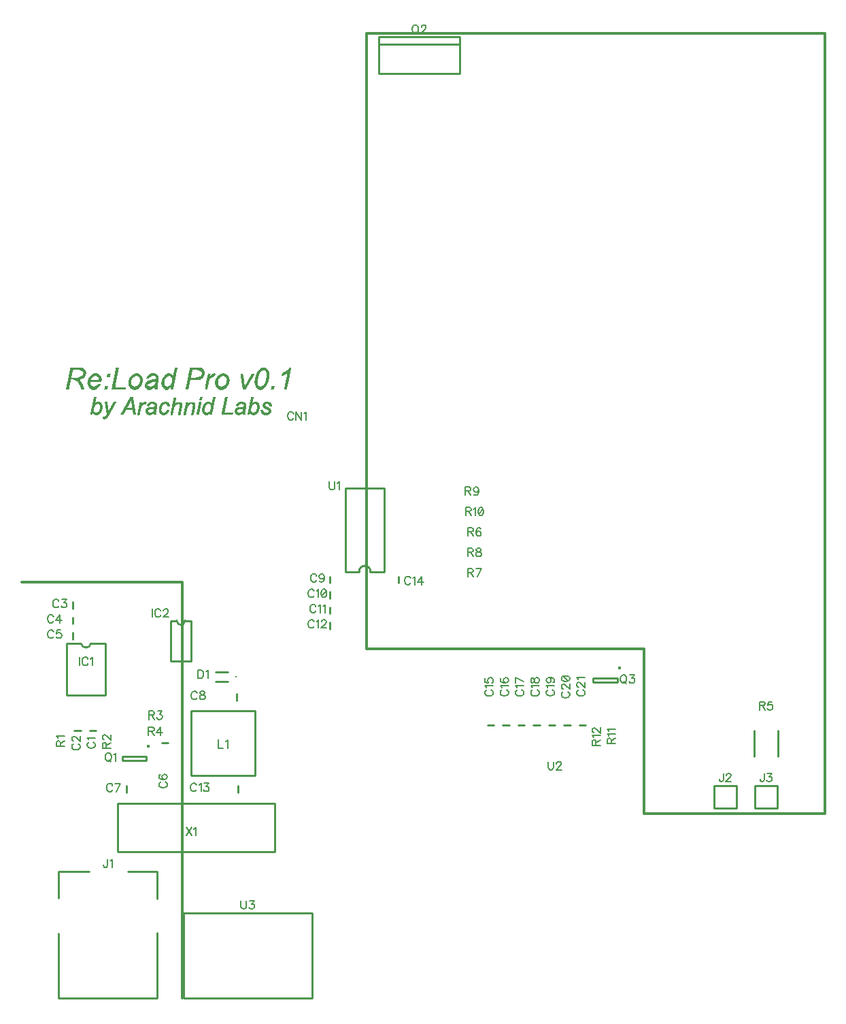
<source format=gto>
G04 DipTrace 2.3.1.0*
%INreloadpro_TopSilk.gto*%
%MOIN*%
%ADD10C,0.0098*%
%ADD12C,0.003*%
%ADD21C,0.0125*%
%ADD25C,0.0094*%
%ADD33C,0.0154*%
%ADD83C,0.0062*%
%FSLAX44Y44*%
G04*
G70*
G90*
G75*
G01*
%LNTopSilk*%
%LPD*%
X7594Y17063D2*
D10*
X7280D1*
X6844D2*
X6530D1*
X6438Y23030D2*
Y23344D1*
Y22280D2*
Y22594D1*
Y21530D2*
Y21844D1*
X10807Y16456D2*
X11122D1*
X9075Y14016D2*
Y14331D1*
X14480Y18844D2*
Y18530D1*
X19063Y24280D2*
Y24594D1*
Y23530D2*
Y23844D1*
Y22780D2*
Y23094D1*
Y22030D2*
Y22344D1*
X14561Y14344D2*
Y14030D1*
X22436Y24594D2*
Y24280D1*
X27094Y17313D2*
X26780D1*
X27844D2*
X27530D1*
X28594D2*
X28280D1*
X29344D2*
X29030D1*
X30094D2*
X29780D1*
X30844D2*
X30530D1*
X31594D2*
X31280D1*
X14069Y19451D2*
X13439D1*
X14069Y19923D2*
X13439D1*
D25*
X14439Y19687D3*
X6159Y21301D2*
D10*
Y18781D1*
X8049Y21301D2*
Y18781D1*
X6159D2*
X8049D1*
X6159Y21301D2*
X6868D1*
X7341D2*
X8049D1*
X6868D2*
G03X7341Y21301I236J44D01*
G01*
X11238Y22421D2*
Y20453D1*
X12262Y22421D2*
Y20453D1*
X11238D2*
X12262D1*
X11553Y22421D2*
X11238D1*
X11947D2*
X12262D1*
X11553D2*
G03X11947Y22421I197J0D01*
G01*
X5767Y3933D2*
X10571D1*
X5767D2*
Y7122D1*
X10571Y7161D2*
Y3933D1*
X5767Y8854D2*
Y10154D1*
X7264D1*
X9154D2*
X10571D1*
Y8815D1*
X37885Y13261D2*
Y14363D1*
X38988D2*
X37885D1*
X38988Y13261D2*
Y14363D1*
Y13261D2*
X37885D1*
X40989Y14363D2*
Y13261D1*
X39886D2*
X40989D1*
X39886Y14363D2*
Y13261D1*
Y14363D2*
X40989D1*
X12240Y18012D2*
X15390D1*
Y14862D1*
X12240D1*
Y18012D1*
D33*
X10151Y16289D3*
X10059Y15787D2*
D10*
X8878D1*
Y15591D1*
X10059D1*
Y15787D1*
X21469Y51000D2*
X25406D1*
Y49228D1*
X21469D1*
Y51000D1*
Y50646D2*
X25406D1*
D33*
X33244Y20115D3*
X33152Y19613D2*
D10*
X31970D1*
Y19416D1*
X33152D1*
Y19613D1*
X39846Y15785D2*
Y17044D1*
X41028Y15785D2*
Y17044D1*
X21715Y24803D2*
Y28898D1*
X19825Y24803D2*
Y28898D1*
X21715D2*
X19825D1*
X21715Y24803D2*
X21045D1*
X20494D2*
X19825D1*
X21045D2*
G03X20494Y24803I-276J37D01*
G01*
X11881Y8128D2*
X18180D1*
Y3955D1*
X11881D1*
Y8128D1*
X8661Y13465D2*
X16339D1*
Y11102D1*
X8661D1*
Y13465D1*
X11812Y3937D2*
D21*
Y24312D1*
X3937D1*
X20866Y21063D2*
X34449D1*
Y12992D1*
X43307D1*
Y35236D1*
Y51181D1*
X20866D1*
Y21063D1*
X6326Y34808D2*
D12*
X6925D1*
X8570D2*
X8690D1*
X11443D2*
X11562D1*
X12191D2*
X12729D1*
X15721D2*
X15871D1*
X17068D2*
X17127D1*
X6325Y34778D2*
X6967D1*
X8560D2*
X8676D1*
X11441D2*
X11552D1*
X12186D2*
X12773D1*
X15667D2*
X15914D1*
X17038D2*
X17123D1*
X6321Y34748D2*
X7002D1*
X8551D2*
X8667D1*
X11438D2*
X11543D1*
X12179D2*
X12810D1*
X15621D2*
X15952D1*
X17008D2*
X17115D1*
X6314Y34718D2*
X6452D1*
X6822D2*
X7028D1*
X8545D2*
X8662D1*
X11430D2*
X11536D1*
X12171D2*
X12280D1*
X12592D2*
X12840D1*
X15585D2*
X15982D1*
X16977D2*
X17108D1*
X6306Y34688D2*
X6434D1*
X6882D2*
X7047D1*
X8541D2*
X8656D1*
X11423D2*
X11530D1*
X12165D2*
X12279D1*
X12673D2*
X12860D1*
X15557D2*
X15702D1*
X15896D2*
X16006D1*
X16942D2*
X17102D1*
X6301Y34658D2*
X6423D1*
X6927D2*
X7060D1*
X8536D2*
X8648D1*
X11417D2*
X11521D1*
X12162D2*
X12275D1*
X12736D2*
X12875D1*
X15534D2*
X15662D1*
X15917D2*
X16024D1*
X16900D2*
X17098D1*
X6297Y34628D2*
X6414D1*
X6947D2*
X7068D1*
X8529D2*
X8640D1*
X11414D2*
X11513D1*
X12157D2*
X12268D1*
X12766D2*
X12886D1*
X15512D2*
X15631D1*
X15934D2*
X16037D1*
X16851D2*
X17093D1*
X6292Y34598D2*
X6405D1*
X6965D2*
X7072D1*
X8521D2*
X8635D1*
X11409D2*
X11507D1*
X12149D2*
X12261D1*
X12778D2*
X12895D1*
X15493D2*
X15606D1*
X15947D2*
X16044D1*
X16802D2*
X17086D1*
X6285Y34568D2*
X6397D1*
X6985D2*
X7073D1*
X8515D2*
X8631D1*
X11401D2*
X11503D1*
X12141D2*
X12255D1*
X12783D2*
X12892D1*
X15477D2*
X15588D1*
X15954D2*
X16048D1*
X16761D2*
X17078D1*
X6277Y34538D2*
X6391D1*
X6969D2*
X7073D1*
X7523D2*
X7583D1*
X8511D2*
X8626D1*
X9558D2*
X9588D1*
X10336D2*
X10425D1*
X11113D2*
X11173D1*
X11393D2*
X11498D1*
X12136D2*
X12251D1*
X12782D2*
X12887D1*
X13357D2*
X13387D1*
X13806D2*
X13836D1*
X15464D2*
X15575D1*
X15958D2*
X16049D1*
X16730D2*
X16918D1*
X16973D2*
X17072D1*
X6271Y34509D2*
X6387D1*
X6956D2*
X7069D1*
X7455D2*
X7654D1*
X8151D2*
X8271D1*
X8506D2*
X8618D1*
X9475D2*
X9659D1*
X10260D2*
X10493D1*
X11056D2*
X11232D1*
X11386D2*
X11491D1*
X12132D2*
X12246D1*
X12775D2*
X12882D1*
X13088D2*
X13178D1*
X13305D2*
X13412D1*
X13724D2*
X13908D1*
X14674D2*
X14764D1*
X15213D2*
X15332D1*
X15453D2*
X15563D1*
X15960D2*
X16050D1*
X16708D2*
X16858D1*
X16966D2*
X17069D1*
X6267Y34479D2*
X6382D1*
X6939D2*
X7061D1*
X7399D2*
X7710D1*
X8141D2*
X8261D1*
X8499D2*
X8610D1*
X9408D2*
X9715D1*
X10198D2*
X10548D1*
X11009D2*
X11284D1*
X11379D2*
X11483D1*
X12127D2*
X12239D1*
X12763D2*
X12875D1*
X13074D2*
X13165D1*
X13261D2*
X13429D1*
X13656D2*
X13963D1*
X14674D2*
X14768D1*
X15194D2*
X15313D1*
X15442D2*
X15552D1*
X15960D2*
X16050D1*
X16692D2*
X16798D1*
X16958D2*
X17063D1*
X6262Y34449D2*
X6374D1*
X6915D2*
X7048D1*
X7355D2*
X7752D1*
X8132D2*
X8252D1*
X8491D2*
X8605D1*
X9356D2*
X9756D1*
X10151D2*
X10587D1*
X10970D2*
X11333D1*
X11367D2*
X11477D1*
X12119D2*
X12231D1*
X12745D2*
X12866D1*
X13066D2*
X13158D1*
X13229D2*
X13402D1*
X13604D2*
X14005D1*
X14675D2*
X14776D1*
X15177D2*
X15293D1*
X15432D2*
X15542D1*
X15960D2*
X16050D1*
X16679D2*
X16738D1*
X16952D2*
X17056D1*
X6255Y34419D2*
X6366D1*
X6879D2*
X7031D1*
X7319D2*
X7469D1*
X7636D2*
X7782D1*
X8126D2*
X8246D1*
X8485D2*
X8601D1*
X9317D2*
X9474D1*
X9637D2*
X9788D1*
X10118D2*
X10282D1*
X10484D2*
X10616D1*
X10938D2*
X11090D1*
X11223D2*
X11473D1*
X12111D2*
X12225D1*
X12719D2*
X12853D1*
X13060D2*
X13166D1*
X13202D2*
X13344D1*
X13565D2*
X13723D1*
X13885D2*
X14037D1*
X14679D2*
X14784D1*
X15161D2*
X15272D1*
X15422D2*
X15532D1*
X15959D2*
X16050D1*
X16945D2*
X17048D1*
X6247Y34389D2*
X6361D1*
X6827D2*
X7008D1*
X7291D2*
X7423D1*
X7678D2*
X7806D1*
X8121D2*
X8241D1*
X8481D2*
X8596D1*
X9287D2*
X9428D1*
X9676D2*
X9812D1*
X10096D2*
X10234D1*
X10509D2*
X10626D1*
X10910D2*
X11043D1*
X11261D2*
X11468D1*
X12106D2*
X12223D1*
X12684D2*
X12835D1*
X13055D2*
X13282D1*
X13535D2*
X13676D1*
X13924D2*
X14061D1*
X14686D2*
X14789D1*
X15146D2*
X15254D1*
X15412D2*
X15523D1*
X15956D2*
X16050D1*
X16937D2*
X17042D1*
X6241Y34359D2*
X6358D1*
X6760D2*
X6979D1*
X7268D2*
X7387D1*
X7711D2*
X7815D1*
X8476D2*
X8588D1*
X9262D2*
X9392D1*
X9704D2*
X9830D1*
X10079D2*
X10193D1*
X10526D2*
X10631D1*
X10888D2*
X11007D1*
X11289D2*
X11461D1*
X12102D2*
X12221D1*
X12570D2*
X12813D1*
X13047D2*
X13231D1*
X13510D2*
X13640D1*
X13953D2*
X14079D1*
X14694D2*
X14792D1*
X15130D2*
X15237D1*
X15403D2*
X15516D1*
X15948D2*
X16050D1*
X16928D2*
X17039D1*
X6237Y34329D2*
X6941D1*
X7249D2*
X7360D1*
X7722D2*
X7824D1*
X8469D2*
X8581D1*
X9241D2*
X9365D1*
X9725D2*
X9843D1*
X10066D2*
X10156D1*
X10538D2*
X10633D1*
X10869D2*
X10981D1*
X11309D2*
X11453D1*
X12097D2*
X12221D1*
X12388D2*
X12785D1*
X13039D2*
X13193D1*
X13490D2*
X13614D1*
X13974D2*
X14092D1*
X14699D2*
X14794D1*
X15115D2*
X15221D1*
X15397D2*
X15509D1*
X15941D2*
X16049D1*
X16923D2*
X17034D1*
X6232Y34299D2*
X6888D1*
X7233D2*
X7341D1*
X7728D2*
X7833D1*
X8461D2*
X8575D1*
X9224D2*
X9345D1*
X9742D2*
X9851D1*
X10539D2*
X10634D1*
X10853D2*
X10961D1*
X11316D2*
X11447D1*
X12089D2*
X12752D1*
X13032D2*
X13165D1*
X13473D2*
X13593D1*
X13990D2*
X14099D1*
X14702D2*
X14798D1*
X15099D2*
X15205D1*
X15393D2*
X15500D1*
X15935D2*
X16045D1*
X16919D2*
X17026D1*
X6225Y34269D2*
X6820D1*
X7218D2*
X7328D1*
X7731D2*
X7842D1*
X8455D2*
X8571D1*
X9212D2*
X9327D1*
X9753D2*
X9854D1*
X10537D2*
X10634D1*
X10838D2*
X10947D1*
X11320D2*
X11444D1*
X12081D2*
X12713D1*
X13026D2*
X13146D1*
X13460D2*
X13576D1*
X14001D2*
X14103D1*
X14704D2*
X14806D1*
X15081D2*
X15189D1*
X15388D2*
X15492D1*
X15932D2*
X16038D1*
X16914D2*
X17018D1*
X6217Y34239D2*
X6326D1*
X6518D2*
X6745D1*
X7207D2*
X7319D1*
X7732D2*
X7846D1*
X8452D2*
X8566D1*
X9204D2*
X9313D1*
X9759D2*
X9856D1*
X10399D2*
X10634D1*
X10827D2*
X10935D1*
X11322D2*
X11438D1*
X12076D2*
X12669D1*
X13017D2*
X13131D1*
X13452D2*
X13561D1*
X14007D2*
X14104D1*
X14709D2*
X14813D1*
X15062D2*
X15171D1*
X15380D2*
X15487D1*
X15926D2*
X16030D1*
X16906D2*
X17013D1*
X6211Y34209D2*
X6325D1*
X6599D2*
X6774D1*
X7199D2*
X7847D1*
X8446D2*
X8558D1*
X9196D2*
X9301D1*
X9753D2*
X9856D1*
X10268D2*
X10630D1*
X10820D2*
X10924D1*
X11322D2*
X11431D1*
X12072D2*
X12196D1*
X13009D2*
X13120D1*
X13445D2*
X13550D1*
X14002D2*
X14105D1*
X14716D2*
X14819D1*
X15044D2*
X15152D1*
X15372D2*
X15484D1*
X15919D2*
X16024D1*
X16898D2*
X17009D1*
X6208Y34179D2*
X6321D1*
X6655D2*
X6800D1*
X7191D2*
X7836D1*
X8439D2*
X8551D1*
X9187D2*
X9294D1*
X9746D2*
X9856D1*
X10167D2*
X10623D1*
X10816D2*
X10915D1*
X11322D2*
X11423D1*
X12067D2*
X12179D1*
X13003D2*
X13109D1*
X13436D2*
X13543D1*
X13995D2*
X14104D1*
X14724D2*
X14821D1*
X15027D2*
X15134D1*
X15367D2*
X15483D1*
X15910D2*
X16017D1*
X16893D2*
X17004D1*
X6202Y34149D2*
X6314D1*
X6692D2*
X6823D1*
X7183D2*
X7822D1*
X8431D2*
X8545D1*
X9179D2*
X9291D1*
X9741D2*
X9852D1*
X10099D2*
X10615D1*
X10810D2*
X10909D1*
X11318D2*
X11417D1*
X12059D2*
X12169D1*
X12999D2*
X13099D1*
X13428D2*
X13539D1*
X13989D2*
X14100D1*
X14729D2*
X14823D1*
X15011D2*
X15117D1*
X15364D2*
X15482D1*
X15901D2*
X16008D1*
X16889D2*
X16996D1*
X6195Y34120D2*
X6306D1*
X6716D2*
X6844D1*
X7175D2*
X7284D1*
X8425D2*
X8541D1*
X9174D2*
X9289D1*
X9734D2*
X9845D1*
X10054D2*
X10290D1*
X10521D2*
X10609D1*
X10803D2*
X10906D1*
X11311D2*
X11414D1*
X12051D2*
X12163D1*
X12994D2*
X13093D1*
X13422D2*
X13538D1*
X13983D2*
X14093D1*
X14732D2*
X14824D1*
X14996D2*
X15101D1*
X15364D2*
X15482D1*
X15889D2*
X15996D1*
X16884D2*
X16988D1*
X6187Y34090D2*
X6300D1*
X6735D2*
X6864D1*
X7170D2*
X7284D1*
X8422D2*
X8536D1*
X9171D2*
X9289D1*
X9726D2*
X9836D1*
X10025D2*
X10205D1*
X10502D2*
X10602D1*
X10796D2*
X10905D1*
X11302D2*
X11409D1*
X12045D2*
X12157D1*
X12987D2*
X13089D1*
X13420D2*
X13537D1*
X13974D2*
X14084D1*
X14734D2*
X14828D1*
X14981D2*
X15085D1*
X15367D2*
X15482D1*
X15877D2*
X15982D1*
X16876D2*
X16982D1*
X6180Y34060D2*
X6293D1*
X6752D2*
X6880D1*
X7171D2*
X7285D1*
X8417D2*
X8529D1*
X9171D2*
X9289D1*
X9716D2*
X9827D1*
X10004D2*
X10139D1*
X10488D2*
X10594D1*
X10794D2*
X10904D1*
X11293D2*
X11401D1*
X12038D2*
X12149D1*
X12979D2*
X13084D1*
X13419D2*
X13537D1*
X13965D2*
X14075D1*
X14738D2*
X14836D1*
X14966D2*
X15069D1*
X15374D2*
X15482D1*
X15863D2*
X15968D1*
X16868D2*
X16975D1*
X6174Y34030D2*
X6285D1*
X6767D2*
X6892D1*
X7177D2*
X7289D1*
X7703D2*
X7733D1*
X8409D2*
X8521D1*
X9174D2*
X9290D1*
X9706D2*
X9816D1*
X9991D2*
X10112D1*
X10475D2*
X10585D1*
X10799D2*
X10905D1*
X11282D2*
X11393D1*
X12030D2*
X12141D1*
X12973D2*
X13076D1*
X13423D2*
X13538D1*
X13955D2*
X14064D1*
X14746D2*
X14843D1*
X14951D2*
X15052D1*
X15382D2*
X15483D1*
X15847D2*
X15953D1*
X16863D2*
X16967D1*
X6165Y34000D2*
X6277D1*
X6781D2*
X6905D1*
X7185D2*
X7297D1*
X7683D2*
X7792D1*
X8401D2*
X8515D1*
X9181D2*
X9295D1*
X9691D2*
X9803D1*
X9983D2*
X10088D1*
X10460D2*
X10580D1*
X10805D2*
X10910D1*
X11268D2*
X11388D1*
X12022D2*
X12136D1*
X12969D2*
X13068D1*
X13430D2*
X13543D1*
X13940D2*
X14051D1*
X14754D2*
X14850D1*
X14936D2*
X15032D1*
X15388D2*
X15487D1*
X15829D2*
X15938D1*
X16859D2*
X16958D1*
X6157Y33970D2*
X6271D1*
X6794D2*
X6918D1*
X7194D2*
X7310D1*
X7660D2*
X7773D1*
X8396D2*
X8513D1*
X9190D2*
X9304D1*
X9668D2*
X9789D1*
X9980D2*
X10066D1*
X10440D2*
X10577D1*
X10811D2*
X10920D1*
X11248D2*
X11384D1*
X12016D2*
X12132D1*
X12964D2*
X13062D1*
X13438D2*
X13553D1*
X13917D2*
X14037D1*
X14759D2*
X14857D1*
X14920D2*
X15014D1*
X15395D2*
X15497D1*
X15808D2*
X15923D1*
X16854D2*
X16953D1*
X6152Y33940D2*
X6267D1*
X6804D2*
X6932D1*
X7205D2*
X7328D1*
X7632D2*
X7752D1*
X8392D2*
X8511D1*
X9200D2*
X9332D1*
X9639D2*
X9773D1*
X9983D2*
X10098D1*
X10414D2*
X10576D1*
X10818D2*
X10946D1*
X11223D2*
X11379D1*
X12012D2*
X12127D1*
X12957D2*
X13055D1*
X13449D2*
X13581D1*
X13887D2*
X14022D1*
X14762D2*
X14869D1*
X14902D2*
X14997D1*
X15405D2*
X15512D1*
X15785D2*
X15907D1*
X16846D2*
X16949D1*
X6148Y33910D2*
X6262D1*
X6816D2*
X6943D1*
X7219D2*
X7378D1*
X7565D2*
X7727D1*
X8032D2*
X8151D1*
X8387D2*
X8511D1*
X9215D2*
X9381D1*
X9570D2*
X9753D1*
X9990D2*
X10154D1*
X10347D2*
X10575D1*
X10831D2*
X10991D1*
X11161D2*
X11371D1*
X12007D2*
X12119D1*
X12949D2*
X13047D1*
X13464D2*
X13629D1*
X13819D2*
X14002D1*
X14764D2*
X14981D1*
X15418D2*
X15565D1*
X15730D2*
X15888D1*
X16200D2*
X16320D1*
X16838D2*
X16944D1*
X6143Y33880D2*
X6255D1*
X6829D2*
X6954D1*
X7239D2*
X7456D1*
X7465D2*
X7699D1*
X8018D2*
X8138D1*
X8379D2*
X8511D1*
X9237D2*
X9460D1*
X9470D2*
X9726D1*
X10003D2*
X10249D1*
X10247D2*
X10575D1*
X10849D2*
X11059D1*
X11071D2*
X11363D1*
X11999D2*
X12111D1*
X12944D2*
X13039D1*
X13486D2*
X13708D1*
X13718D2*
X13975D1*
X14768D2*
X14966D1*
X15436D2*
X15649D1*
X15645D2*
X15864D1*
X16186D2*
X16306D1*
X16833D2*
X16936D1*
X6135Y33850D2*
X6247D1*
X6842D2*
X6965D1*
X7267D2*
X7664D1*
X8009D2*
X8129D1*
X8371D2*
X9019D1*
X9269D2*
X9689D1*
X10023D2*
X10575D1*
X10873D2*
X11201D1*
X11263D2*
X11358D1*
X11991D2*
X12106D1*
X12941D2*
X13033D1*
X13518D2*
X13937D1*
X14776D2*
X14950D1*
X15461D2*
X15831D1*
X16177D2*
X16297D1*
X16830D2*
X16928D1*
X6126Y33820D2*
X6241D1*
X6854D2*
X6975D1*
X7310D2*
X7618D1*
X8005D2*
X8124D1*
X8365D2*
X9019D1*
X9314D2*
X9639D1*
X10054D2*
X10349D1*
X10455D2*
X10575D1*
X10910D2*
X11162D1*
X11263D2*
X11355D1*
X11986D2*
X12103D1*
X12939D2*
X13030D1*
X13562D2*
X13887D1*
X14785D2*
X14932D1*
X15496D2*
X15786D1*
X16173D2*
X16293D1*
X16829D2*
X16922D1*
X6117Y33790D2*
X6237D1*
X6865D2*
X6985D1*
X7368D2*
X7559D1*
X8002D2*
X8121D1*
X8361D2*
X9019D1*
X9372D2*
X9573D1*
X10101D2*
X10288D1*
X10485D2*
X10575D1*
X10962D2*
X11111D1*
X11263D2*
X11353D1*
X11981D2*
X12101D1*
X12939D2*
X13028D1*
X13621D2*
X13822D1*
X14794D2*
X14913D1*
X15545D2*
X15727D1*
X16170D2*
X16290D1*
X16828D2*
X16918D1*
X7433Y33761D2*
X7493D1*
X9438D2*
X9498D1*
X10156D2*
X10216D1*
X11024D2*
X11054D1*
X13687D2*
X13746D1*
X15601D2*
X15661D1*
X7486Y33368D2*
X7576D1*
X9267D2*
X9371D1*
X12693D2*
X12782D1*
X13336D2*
X13411D1*
X13919D2*
X14009D1*
X15191D2*
X15281D1*
X7484Y33353D2*
X7574D1*
X9254D2*
X9378D1*
X11406D2*
X11496D1*
X12686D2*
X12775D1*
X13328D2*
X13410D1*
X13912D2*
X14007D1*
X15189D2*
X15278D1*
X7480Y33338D2*
X7570D1*
X9243D2*
X9383D1*
X11401D2*
X11491D1*
X12681D2*
X12771D1*
X13322D2*
X13408D1*
X13907D2*
X14003D1*
X15185D2*
X15275D1*
X7477Y33323D2*
X7566D1*
X9234D2*
X9385D1*
X11396D2*
X11486D1*
X12679D2*
X12768D1*
X13316D2*
X13405D1*
X13903D2*
X13999D1*
X15181D2*
X15271D1*
X7474Y33308D2*
X7564D1*
X9226D2*
X9386D1*
X11394D2*
X11483D1*
X12676D2*
X12765D1*
X13312D2*
X13401D1*
X13899D2*
X13996D1*
X15178D2*
X15268D1*
X7472Y33293D2*
X7562D1*
X9218D2*
X9389D1*
X11392D2*
X11481D1*
X12672D2*
X12761D1*
X13308D2*
X13398D1*
X13895D2*
X13995D1*
X15176D2*
X15266D1*
X7469Y33278D2*
X7559D1*
X9211D2*
X9392D1*
X11389D2*
X11479D1*
X12667D2*
X12757D1*
X13305D2*
X13396D1*
X13892D2*
X13992D1*
X15174D2*
X15264D1*
X7466Y33263D2*
X7555D1*
X9203D2*
X9396D1*
X11385D2*
X11475D1*
X12663D2*
X12752D1*
X13300D2*
X13394D1*
X13890D2*
X13988D1*
X15170D2*
X15260D1*
X7462Y33248D2*
X7551D1*
X9195D2*
X9281D1*
X9312D2*
X9399D1*
X11381D2*
X11471D1*
X13296D2*
X13390D1*
X13887D2*
X13984D1*
X15166D2*
X15256D1*
X7458Y33233D2*
X7548D1*
X9186D2*
X9279D1*
X9312D2*
X9400D1*
X11378D2*
X11468D1*
X13293D2*
X13386D1*
X13883D2*
X13981D1*
X15163D2*
X15253D1*
X7455Y33218D2*
X7545D1*
X9177D2*
X9275D1*
X9312D2*
X9401D1*
X11377D2*
X11466D1*
X13291D2*
X13383D1*
X13879D2*
X13980D1*
X15159D2*
X15249D1*
X7451Y33203D2*
X7541D1*
X9167D2*
X9269D1*
X9314D2*
X9404D1*
X11374D2*
X11464D1*
X13289D2*
X13379D1*
X13877D2*
X13977D1*
X15155D2*
X15245D1*
X7447Y33188D2*
X7537D1*
X9159D2*
X9262D1*
X9318D2*
X9407D1*
X11370D2*
X11460D1*
X13285D2*
X13375D1*
X13875D2*
X13973D1*
X15151D2*
X15241D1*
X7444Y33173D2*
X7534D1*
X9151D2*
X9255D1*
X9321D2*
X9411D1*
X11366D2*
X11456D1*
X13281D2*
X13371D1*
X13872D2*
X13969D1*
X15148D2*
X15238D1*
X7442Y33158D2*
X7532D1*
X9143D2*
X9248D1*
X9324D2*
X9414D1*
X11363D2*
X11453D1*
X13278D2*
X13368D1*
X13868D2*
X13967D1*
X15146D2*
X15236D1*
X7440Y33143D2*
X7529D1*
X7636D2*
X7741D1*
X8025D2*
X8115D1*
X8459D2*
X8549D1*
X9135D2*
X9240D1*
X9325D2*
X9415D1*
X9940D2*
X10015D1*
X10269D2*
X10419D1*
X10927D2*
X11047D1*
X11362D2*
X11451D1*
X12648D2*
X12722D1*
X13037D2*
X13141D1*
X13276D2*
X13366D1*
X13865D2*
X13965D1*
X14637D2*
X14787D1*
X15144D2*
X15234D1*
X15340D2*
X15445D1*
X15894D2*
X16029D1*
X7436Y33128D2*
X7527D1*
X7608D2*
X7768D1*
X8026D2*
X8115D1*
X8449D2*
X8539D1*
X9126D2*
X9231D1*
X9326D2*
X9416D1*
X9745D2*
X9820D1*
X9918D2*
X10030D1*
X10233D2*
X10452D1*
X10891D2*
X11076D1*
X11359D2*
X11449D1*
X11571D2*
X11705D1*
X12004D2*
X12079D1*
X12214D2*
X12348D1*
X12641D2*
X12722D1*
X13003D2*
X13163D1*
X13274D2*
X13364D1*
X13862D2*
X13962D1*
X14601D2*
X14821D1*
X15140D2*
X15231D1*
X15312D2*
X15472D1*
X15863D2*
X16064D1*
X7432Y33113D2*
X7525D1*
X7579D2*
X7791D1*
X8027D2*
X8115D1*
X8439D2*
X8531D1*
X9117D2*
X9221D1*
X9327D2*
X9419D1*
X9739D2*
X9818D1*
X9899D2*
X10037D1*
X10201D2*
X10481D1*
X10859D2*
X11099D1*
X11355D2*
X11445D1*
X11543D2*
X11727D1*
X11999D2*
X12079D1*
X12187D2*
X12370D1*
X12636D2*
X12722D1*
X12975D2*
X13183D1*
X13270D2*
X13360D1*
X13860D2*
X13958D1*
X14569D2*
X14849D1*
X15136D2*
X15229D1*
X15284D2*
X15495D1*
X15836D2*
X16094D1*
X7429Y33098D2*
X7534D1*
X7549D2*
X7809D1*
X8031D2*
X8117D1*
X8429D2*
X8523D1*
X9108D2*
X9212D1*
X9329D2*
X9422D1*
X9734D2*
X9814D1*
X9882D2*
X10035D1*
X10175D2*
X10503D1*
X10833D2*
X11119D1*
X11351D2*
X11442D1*
X11516D2*
X11746D1*
X11995D2*
X12077D1*
X12162D2*
X12389D1*
X12632D2*
X12722D1*
X12953D2*
X13200D1*
X13265D2*
X13356D1*
X13857D2*
X13954D1*
X14543D2*
X14871D1*
X15133D2*
X15238D1*
X15253D2*
X15513D1*
X15815D2*
X16116D1*
X7427Y33083D2*
X7823D1*
X8035D2*
X8121D1*
X8420D2*
X8515D1*
X9099D2*
X9204D1*
X9333D2*
X9426D1*
X9731D2*
X9810D1*
X9866D2*
X10031D1*
X10155D2*
X10520D1*
X10812D2*
X11135D1*
X11348D2*
X11440D1*
X11488D2*
X11760D1*
X11992D2*
X12074D1*
X12139D2*
X12404D1*
X12627D2*
X12720D1*
X12934D2*
X13218D1*
X13261D2*
X13353D1*
X13853D2*
X13952D1*
X14523D2*
X14889D1*
X15131D2*
X15527D1*
X15800D2*
X16134D1*
X7425Y33068D2*
X7640D1*
X7675D2*
X7834D1*
X8038D2*
X8125D1*
X8411D2*
X8508D1*
X9091D2*
X9196D1*
X9336D2*
X9429D1*
X9729D2*
X9808D1*
X9853D2*
X10025D1*
X10139D2*
X10302D1*
X10365D2*
X10534D1*
X10795D2*
X10946D1*
X10996D2*
X11149D1*
X11345D2*
X11445D1*
X11456D2*
X11771D1*
X11990D2*
X12071D1*
X12114D2*
X12414D1*
X12623D2*
X12716D1*
X12918D2*
X13070D1*
X13106D2*
X13239D1*
X13254D2*
X13351D1*
X13850D2*
X13950D1*
X14507D2*
X14671D1*
X14733D2*
X14903D1*
X15129D2*
X15344D1*
X15379D2*
X15539D1*
X15788D2*
X15930D1*
X15975D2*
X16148D1*
X7421Y33053D2*
X7604D1*
X7707D2*
X7845D1*
X8039D2*
X8127D1*
X8403D2*
X8500D1*
X9084D2*
X9188D1*
X9339D2*
X9430D1*
X9725D2*
X9808D1*
X9841D2*
X10020D1*
X10126D2*
X10266D1*
X10406D2*
X10544D1*
X10779D2*
X10910D1*
X11029D2*
X11160D1*
X11340D2*
X11574D1*
X11655D2*
X11778D1*
X11987D2*
X12074D1*
X12083D2*
X12199D1*
X12298D2*
X12421D1*
X12620D2*
X12712D1*
X12902D2*
X13034D1*
X13138D2*
X13349D1*
X13847D2*
X13947D1*
X14495D2*
X14635D1*
X14774D2*
X14913D1*
X15125D2*
X15308D1*
X15412D2*
X15549D1*
X15779D2*
X15897D1*
X16016D2*
X16160D1*
X7417Y33038D2*
X7575D1*
X7732D2*
X7853D1*
X8040D2*
X8129D1*
X8395D2*
X8492D1*
X9076D2*
X9181D1*
X9340D2*
X9431D1*
X9721D2*
X9813D1*
X9831D2*
X9913D1*
X10000D2*
X10015D1*
X10115D2*
X10238D1*
X10434D2*
X10551D1*
X10766D2*
X10881D1*
X11053D2*
X11168D1*
X11336D2*
X11538D1*
X11674D2*
X11784D1*
X11983D2*
X12172D1*
X12318D2*
X12428D1*
X12618D2*
X12709D1*
X12888D2*
X13005D1*
X13163D2*
X13345D1*
X13845D2*
X13943D1*
X14484D2*
X14606D1*
X14802D2*
X14920D1*
X15121D2*
X15280D1*
X15436D2*
X15557D1*
X15772D2*
X15873D1*
X16046D2*
X16169D1*
X7414Y33023D2*
X7555D1*
X7750D2*
X7859D1*
X8042D2*
X8130D1*
X8388D2*
X8483D1*
X9068D2*
X9173D1*
X9341D2*
X9434D1*
X9718D2*
X9889D1*
X10105D2*
X10216D1*
X10452D2*
X10558D1*
X10754D2*
X10861D1*
X11070D2*
X11175D1*
X11334D2*
X11509D1*
X11688D2*
X11789D1*
X11980D2*
X12148D1*
X12331D2*
X12432D1*
X12616D2*
X12706D1*
X12875D2*
X12983D1*
X13182D2*
X13341D1*
X13842D2*
X13939D1*
X14473D2*
X14584D1*
X14820D2*
X14926D1*
X15118D2*
X15259D1*
X15454D2*
X15564D1*
X15766D2*
X15856D1*
X16066D2*
X16175D1*
X7412Y33009D2*
X7540D1*
X7763D2*
X7865D1*
X8046D2*
X8132D1*
X8380D2*
X8473D1*
X9060D2*
X9166D1*
X9342D2*
X9437D1*
X9716D2*
X9869D1*
X10095D2*
X10199D1*
X10463D2*
X10562D1*
X10745D2*
X10846D1*
X11083D2*
X11178D1*
X11332D2*
X11487D1*
X11698D2*
X11792D1*
X11977D2*
X12128D1*
X12341D2*
X12435D1*
X12612D2*
X12702D1*
X12864D2*
X12967D1*
X13197D2*
X13338D1*
X13839D2*
X13937D1*
X14463D2*
X14567D1*
X14832D2*
X14931D1*
X15117D2*
X15244D1*
X15467D2*
X15569D1*
X15762D2*
X15843D1*
X16080D2*
X16179D1*
X7410Y32994D2*
X7528D1*
X7772D2*
X7870D1*
X8050D2*
X8136D1*
X8372D2*
X8464D1*
X9052D2*
X9158D1*
X9344D2*
X9441D1*
X9713D2*
X9852D1*
X10085D2*
X10186D1*
X10472D2*
X10565D1*
X10737D2*
X10834D1*
X11088D2*
X11180D1*
X11329D2*
X11468D1*
X11701D2*
X11793D1*
X11975D2*
X12111D1*
X12344D2*
X12436D1*
X12608D2*
X12698D1*
X12855D2*
X12954D1*
X13208D2*
X13336D1*
X13835D2*
X13935D1*
X14453D2*
X14555D1*
X14840D2*
X14933D1*
X15114D2*
X15232D1*
X15477D2*
X15574D1*
X15761D2*
X15840D1*
X16090D2*
X16184D1*
X7406Y32979D2*
X7517D1*
X7779D2*
X7873D1*
X8052D2*
X8140D1*
X8363D2*
X8456D1*
X9042D2*
X9150D1*
X9348D2*
X9444D1*
X9710D2*
X9838D1*
X10075D2*
X10175D1*
X10473D2*
X10565D1*
X10729D2*
X10823D1*
X11090D2*
X11181D1*
X11325D2*
X11452D1*
X11701D2*
X11792D1*
X11972D2*
X12097D1*
X12345D2*
X12435D1*
X12605D2*
X12695D1*
X12846D2*
X12945D1*
X13212D2*
X13334D1*
X13831D2*
X13932D1*
X14443D2*
X14544D1*
X14841D2*
X14933D1*
X15110D2*
X15221D1*
X15483D2*
X15577D1*
X15760D2*
X15843D1*
X16097D2*
X16189D1*
X7402Y32964D2*
X7507D1*
X7782D2*
X7874D1*
X8054D2*
X8142D1*
X8354D2*
X8448D1*
X9033D2*
X9141D1*
X9351D2*
X9445D1*
X9706D2*
X9827D1*
X10134D2*
X10164D1*
X10471D2*
X10562D1*
X10722D2*
X10815D1*
X11092D2*
X11182D1*
X11321D2*
X11439D1*
X11699D2*
X11789D1*
X11969D2*
X12086D1*
X12342D2*
X12432D1*
X12603D2*
X12693D1*
X12839D2*
X12936D1*
X13215D2*
X13330D1*
X13828D2*
X13928D1*
X14503D2*
X14533D1*
X14839D2*
X14930D1*
X15106D2*
X15212D1*
X15487D2*
X15579D1*
X15760D2*
X15854D1*
X16103D2*
X16193D1*
X7399Y32949D2*
X7499D1*
X7784D2*
X7875D1*
X8055D2*
X8144D1*
X8345D2*
X8440D1*
X9024D2*
X9132D1*
X9354D2*
X9446D1*
X9703D2*
X9818D1*
X10466D2*
X10558D1*
X10715D2*
X10809D1*
X11319D2*
X11428D1*
X11695D2*
X11785D1*
X11965D2*
X12077D1*
X12338D2*
X12428D1*
X12601D2*
X12690D1*
X12833D2*
X12928D1*
X13218D2*
X13326D1*
X13824D2*
X13924D1*
X14834D2*
X14926D1*
X15103D2*
X15203D1*
X15489D2*
X15579D1*
X15762D2*
X15869D1*
X7397Y32934D2*
X7492D1*
X7785D2*
X7875D1*
X8057D2*
X8144D1*
X8336D2*
X8433D1*
X9016D2*
X9123D1*
X9355D2*
X9449D1*
X9701D2*
X9809D1*
X10459D2*
X10556D1*
X10709D2*
X10803D1*
X11317D2*
X11419D1*
X11693D2*
X11782D1*
X11961D2*
X12068D1*
X12336D2*
X12426D1*
X12597D2*
X12687D1*
X12828D2*
X12921D1*
X13221D2*
X13323D1*
X13820D2*
X13921D1*
X14828D2*
X14924D1*
X15102D2*
X15197D1*
X15490D2*
X15580D1*
X15766D2*
X15889D1*
X7395Y32919D2*
X7487D1*
X7785D2*
X7875D1*
X8061D2*
X8145D1*
X8328D2*
X8425D1*
X9009D2*
X9114D1*
X9356D2*
X9452D1*
X9698D2*
X9802D1*
X10438D2*
X10554D1*
X10703D2*
X10798D1*
X11314D2*
X11412D1*
X11691D2*
X11781D1*
X11958D2*
X12061D1*
X12334D2*
X12424D1*
X12593D2*
X12683D1*
X12822D2*
X12914D1*
X13223D2*
X13321D1*
X13817D2*
X13918D1*
X14806D2*
X14923D1*
X15099D2*
X15191D1*
X15490D2*
X15580D1*
X15772D2*
X15914D1*
X7391Y32904D2*
X7482D1*
X7786D2*
X7875D1*
X8065D2*
X8147D1*
X8321D2*
X8417D1*
X9001D2*
X9106D1*
X9356D2*
X9456D1*
X9695D2*
X9794D1*
X10408D2*
X10553D1*
X10698D2*
X10793D1*
X11310D2*
X11407D1*
X11688D2*
X11780D1*
X11954D2*
X12053D1*
X12331D2*
X12423D1*
X12590D2*
X12680D1*
X12818D2*
X12908D1*
X13223D2*
X13319D1*
X13815D2*
X13914D1*
X14776D2*
X14921D1*
X15095D2*
X15186D1*
X15490D2*
X15580D1*
X15781D2*
X15943D1*
X7387Y32889D2*
X7476D1*
X7786D2*
X7875D1*
X8067D2*
X8151D1*
X8313D2*
X8408D1*
X8992D2*
X9099D1*
X9356D2*
X9459D1*
X9691D2*
X9787D1*
X10194D2*
X10551D1*
X10693D2*
X10788D1*
X11306D2*
X11401D1*
X11684D2*
X11778D1*
X11950D2*
X12046D1*
X12328D2*
X12421D1*
X12588D2*
X12678D1*
X12814D2*
X12904D1*
X13220D2*
X13315D1*
X13812D2*
X13909D1*
X14563D2*
X14919D1*
X15091D2*
X15181D1*
X15490D2*
X15580D1*
X15792D2*
X15975D1*
X7384Y32874D2*
X7472D1*
X7786D2*
X7875D1*
X8069D2*
X8155D1*
X8305D2*
X8399D1*
X8982D2*
X9093D1*
X9356D2*
X9460D1*
X9688D2*
X9781D1*
X10153D2*
X10547D1*
X10690D2*
X10783D1*
X11304D2*
X11397D1*
X11680D2*
X11774D1*
X11947D2*
X12041D1*
X12324D2*
X12417D1*
X12586D2*
X12676D1*
X12811D2*
X12901D1*
X13218D2*
X13311D1*
X13809D2*
X13907D1*
X14522D2*
X14916D1*
X15089D2*
X15176D1*
X15490D2*
X15580D1*
X15806D2*
X16006D1*
X7382Y32859D2*
X7467D1*
X7786D2*
X7875D1*
X8070D2*
X8157D1*
X8298D2*
X8389D1*
X8973D2*
X9090D1*
X9356D2*
X9461D1*
X9686D2*
X9776D1*
X10121D2*
X10543D1*
X10688D2*
X10780D1*
X11302D2*
X11393D1*
X11678D2*
X11770D1*
X11945D2*
X12037D1*
X12321D2*
X12413D1*
X12582D2*
X12672D1*
X12807D2*
X12896D1*
X13217D2*
X13308D1*
X13805D2*
X13905D1*
X14489D2*
X14912D1*
X15087D2*
X15171D1*
X15490D2*
X15580D1*
X15823D2*
X16035D1*
X7380Y32844D2*
X7462D1*
X7785D2*
X7875D1*
X8072D2*
X8159D1*
X8289D2*
X8381D1*
X8965D2*
X9464D1*
X9684D2*
X9770D1*
X10097D2*
X10540D1*
X10686D2*
X10778D1*
X11299D2*
X11390D1*
X11676D2*
X11767D1*
X11942D2*
X12033D1*
X12319D2*
X12410D1*
X12578D2*
X12668D1*
X12802D2*
X12892D1*
X13216D2*
X13306D1*
X13802D2*
X13902D1*
X14465D2*
X14908D1*
X15084D2*
X15166D1*
X15489D2*
X15580D1*
X15846D2*
X16059D1*
X7376Y32829D2*
X7459D1*
X7783D2*
X7875D1*
X8076D2*
X8159D1*
X8279D2*
X8373D1*
X8957D2*
X9467D1*
X9680D2*
X9766D1*
X10078D2*
X10397D1*
X10446D2*
X10537D1*
X10682D2*
X10776D1*
X11295D2*
X11385D1*
X11673D2*
X11764D1*
X11939D2*
X12029D1*
X12316D2*
X12407D1*
X12575D2*
X12665D1*
X12800D2*
X12890D1*
X13216D2*
X13304D1*
X13800D2*
X13898D1*
X14446D2*
X14765D1*
X14815D2*
X14905D1*
X15080D2*
X15164D1*
X15488D2*
X15579D1*
X15874D2*
X16081D1*
X7372Y32814D2*
X7458D1*
X7780D2*
X7873D1*
X8080D2*
X8160D1*
X8270D2*
X8365D1*
X8949D2*
X9471D1*
X9676D2*
X9762D1*
X10063D2*
X10300D1*
X10442D2*
X10533D1*
X10678D2*
X10772D1*
X11291D2*
X11381D1*
X11669D2*
X11759D1*
X11935D2*
X12025D1*
X12313D2*
X12403D1*
X12573D2*
X12663D1*
X12798D2*
X12888D1*
X13214D2*
X13300D1*
X13798D2*
X13894D1*
X14432D2*
X14669D1*
X14811D2*
X14901D1*
X15076D2*
X15162D1*
X15484D2*
X15577D1*
X15906D2*
X16098D1*
X7369Y32799D2*
X7457D1*
X7775D2*
X7869D1*
X8082D2*
X8162D1*
X8261D2*
X8357D1*
X8941D2*
X9474D1*
X9673D2*
X9759D1*
X10052D2*
X10228D1*
X10438D2*
X10529D1*
X10675D2*
X10768D1*
X11289D2*
X11378D1*
X11665D2*
X11755D1*
X11932D2*
X12022D1*
X12309D2*
X12399D1*
X12571D2*
X12661D1*
X12798D2*
X12887D1*
X13210D2*
X13296D1*
X13794D2*
X13892D1*
X14420D2*
X14596D1*
X14806D2*
X14897D1*
X15073D2*
X15161D1*
X15480D2*
X15574D1*
X15937D2*
X16110D1*
X7365Y32784D2*
X7457D1*
X7771D2*
X7865D1*
X8084D2*
X8166D1*
X8253D2*
X8348D1*
X8934D2*
X9475D1*
X9671D2*
X9755D1*
X10043D2*
X10179D1*
X10434D2*
X10526D1*
X10674D2*
X10765D1*
X11287D2*
X11377D1*
X11663D2*
X11752D1*
X11930D2*
X12020D1*
X12306D2*
X12396D1*
X12567D2*
X12657D1*
X12797D2*
X12887D1*
X13206D2*
X13293D1*
X13790D2*
X13890D1*
X14411D2*
X14547D1*
X14802D2*
X14894D1*
X15070D2*
X15161D1*
X15475D2*
X15569D1*
X15967D2*
X16120D1*
X7361Y32769D2*
X7457D1*
X7766D2*
X7860D1*
X8085D2*
X8170D1*
X8246D2*
X8339D1*
X8926D2*
X9025D1*
X9386D2*
X9476D1*
X9669D2*
X9751D1*
X10036D2*
X10145D1*
X10428D2*
X10524D1*
X10673D2*
X10764D1*
X11284D2*
X11374D1*
X11661D2*
X11751D1*
X11928D2*
X12017D1*
X12304D2*
X12394D1*
X12563D2*
X12653D1*
X12797D2*
X12887D1*
X13201D2*
X13289D1*
X13787D2*
X13887D1*
X14404D2*
X14513D1*
X14797D2*
X14892D1*
X15066D2*
X15161D1*
X15470D2*
X15565D1*
X15995D2*
X16129D1*
X7357Y32754D2*
X7457D1*
X7761D2*
X7855D1*
X8087D2*
X8172D1*
X8238D2*
X8330D1*
X8917D2*
X9021D1*
X9386D2*
X9478D1*
X9665D2*
X9748D1*
X10030D2*
X10130D1*
X10423D2*
X10521D1*
X10673D2*
X10764D1*
X11062D2*
X11092D1*
X11280D2*
X11370D1*
X11658D2*
X11748D1*
X11924D2*
X12013D1*
X12302D2*
X12391D1*
X12560D2*
X12650D1*
X12797D2*
X12887D1*
X13196D2*
X13285D1*
X13785D2*
X13883D1*
X14399D2*
X14498D1*
X14792D2*
X14890D1*
X15061D2*
X15161D1*
X15465D2*
X15559D1*
X16017D2*
X16136D1*
X7354Y32739D2*
X7457D1*
X7756D2*
X7848D1*
X8091D2*
X8174D1*
X8231D2*
X8321D1*
X8907D2*
X9014D1*
X9386D2*
X9482D1*
X9661D2*
X9746D1*
X10025D2*
X10119D1*
X10419D2*
X10517D1*
X10674D2*
X10765D1*
X11056D2*
X11152D1*
X11276D2*
X11366D1*
X11654D2*
X11744D1*
X11920D2*
X12009D1*
X12298D2*
X12387D1*
X12556D2*
X12648D1*
X12797D2*
X12888D1*
X13189D2*
X13281D1*
X13783D2*
X13879D1*
X14393D2*
X14487D1*
X14787D2*
X14886D1*
X15059D2*
X15161D1*
X15460D2*
X15553D1*
X15670D2*
X15759D1*
X16033D2*
X16142D1*
X7352Y32724D2*
X7457D1*
X7750D2*
X7841D1*
X8095D2*
X8175D1*
X8222D2*
X8313D1*
X8898D2*
X9006D1*
X9387D2*
X9486D1*
X9658D2*
X9743D1*
X10020D2*
X10112D1*
X10413D2*
X10513D1*
X10675D2*
X10769D1*
X11050D2*
X11144D1*
X11274D2*
X11363D1*
X11650D2*
X11740D1*
X11917D2*
X12007D1*
X12294D2*
X12383D1*
X12552D2*
X12646D1*
X12798D2*
X12890D1*
X13180D2*
X13278D1*
X13779D2*
X13877D1*
X14389D2*
X14480D1*
X14781D2*
X14882D1*
X15057D2*
X15162D1*
X15455D2*
X15546D1*
X15670D2*
X15762D1*
X16044D2*
X16145D1*
X7350Y32709D2*
X7459D1*
X7743D2*
X7834D1*
X8097D2*
X8177D1*
X8210D2*
X8306D1*
X8890D2*
X8997D1*
X9389D2*
X9489D1*
X9656D2*
X9739D1*
X10017D2*
X10108D1*
X10406D2*
X10511D1*
X10679D2*
X10773D1*
X11043D2*
X11138D1*
X11272D2*
X11362D1*
X11648D2*
X11737D1*
X11915D2*
X12005D1*
X12291D2*
X12381D1*
X12548D2*
X12642D1*
X12800D2*
X12893D1*
X13171D2*
X13276D1*
X13775D2*
X13875D1*
X14386D2*
X14477D1*
X14774D2*
X14879D1*
X15054D2*
X15163D1*
X15448D2*
X15539D1*
X15670D2*
X15765D1*
X16052D2*
X16146D1*
X7346Y32694D2*
X7463D1*
X7734D2*
X7827D1*
X8099D2*
X8183D1*
X8194D2*
X8298D1*
X8882D2*
X8988D1*
X9392D2*
X9490D1*
X9654D2*
X9736D1*
X10016D2*
X10108D1*
X10397D2*
X10509D1*
X10683D2*
X10778D1*
X11035D2*
X11132D1*
X11269D2*
X11359D1*
X11646D2*
X11736D1*
X11913D2*
X12002D1*
X12289D2*
X12379D1*
X12545D2*
X12638D1*
X12803D2*
X12898D1*
X13161D2*
X13274D1*
X13772D2*
X13872D1*
X14385D2*
X14477D1*
X14765D2*
X14878D1*
X15050D2*
X15168D1*
X15439D2*
X15531D1*
X15672D2*
X15770D1*
X16053D2*
X16145D1*
X7342Y32679D2*
X7470D1*
X7723D2*
X7819D1*
X8100D2*
X8291D1*
X8874D2*
X8979D1*
X9396D2*
X9491D1*
X9650D2*
X9733D1*
X10018D2*
X10112D1*
X10386D2*
X10508D1*
X10688D2*
X10783D1*
X11026D2*
X11124D1*
X11265D2*
X11355D1*
X11643D2*
X11733D1*
X11909D2*
X11998D1*
X12287D2*
X12376D1*
X12543D2*
X12635D1*
X12808D2*
X12903D1*
X13151D2*
X13270D1*
X13770D2*
X13868D1*
X14386D2*
X14480D1*
X14754D2*
X14877D1*
X15046D2*
X15174D1*
X15427D2*
X15523D1*
X15676D2*
X15775D1*
X16051D2*
X16142D1*
X7339Y32664D2*
X7478D1*
X7709D2*
X7810D1*
X8102D2*
X8283D1*
X8866D2*
X8972D1*
X9399D2*
X9493D1*
X9646D2*
X9731D1*
X10021D2*
X10118D1*
X10372D2*
X10506D1*
X10693D2*
X10790D1*
X11013D2*
X11116D1*
X11261D2*
X11351D1*
X11639D2*
X11729D1*
X11905D2*
X11995D1*
X12283D2*
X12372D1*
X12541D2*
X12631D1*
X12812D2*
X12910D1*
X13138D2*
X13266D1*
X13768D2*
X13865D1*
X14389D2*
X14486D1*
X14740D2*
X14874D1*
X15044D2*
X15183D1*
X15413D2*
X15514D1*
X15680D2*
X15783D1*
X16045D2*
X16138D1*
X7337Y32649D2*
X7491D1*
X7691D2*
X7800D1*
X8106D2*
X8274D1*
X8857D2*
X8964D1*
X9400D2*
X9497D1*
X9643D2*
X9728D1*
X10025D2*
X10126D1*
X10354D2*
X10502D1*
X10700D2*
X10801D1*
X10997D2*
X11106D1*
X11258D2*
X11349D1*
X11635D2*
X11725D1*
X11902D2*
X11992D1*
X12279D2*
X12369D1*
X12537D2*
X12627D1*
X12818D2*
X12922D1*
X13122D2*
X13263D1*
X13764D2*
X13862D1*
X14394D2*
X14494D1*
X14722D2*
X14871D1*
X15042D2*
X15195D1*
X15396D2*
X15505D1*
X15685D2*
X15794D1*
X16037D2*
X16133D1*
X7335Y32635D2*
X7510D1*
X7667D2*
X7790D1*
X8110D2*
X8264D1*
X8847D2*
X8956D1*
X9401D2*
X9501D1*
X9639D2*
X9725D1*
X10030D2*
X10145D1*
X10326D2*
X10499D1*
X10707D2*
X10814D1*
X10973D2*
X11097D1*
X11255D2*
X11347D1*
X11633D2*
X11723D1*
X11898D2*
X11990D1*
X12276D2*
X12366D1*
X12533D2*
X12623D1*
X12825D2*
X12942D1*
X13100D2*
X13261D1*
X13760D2*
X13860D1*
X14399D2*
X14513D1*
X14695D2*
X14867D1*
X15039D2*
X15215D1*
X15372D2*
X15495D1*
X15692D2*
X15820D1*
X16019D2*
X16126D1*
X7331Y32620D2*
X7409D1*
X7445D2*
X7541D1*
X7632D2*
X7780D1*
X8112D2*
X8255D1*
X8838D2*
X8949D1*
X9404D2*
X9504D1*
X9635D2*
X9721D1*
X10038D2*
X10178D1*
X10283D2*
X10498D1*
X10715D2*
X10847D1*
X10938D2*
X11086D1*
X11251D2*
X11344D1*
X11631D2*
X11721D1*
X11894D2*
X11987D1*
X12274D2*
X12364D1*
X12530D2*
X12620D1*
X12833D2*
X12975D1*
X13068D2*
X13259D1*
X13757D2*
X14278D1*
X14406D2*
X14546D1*
X14651D2*
X14867D1*
X15035D2*
X15114D1*
X15149D2*
X15245D1*
X15336D2*
X15484D1*
X15701D2*
X15860D1*
X15975D2*
X16117D1*
X7327Y32605D2*
X7406D1*
X7451D2*
X7585D1*
X7766D1*
X8114D2*
X8246D1*
X8830D2*
X8941D1*
X9407D2*
X9505D1*
X9631D2*
X9718D1*
X10048D2*
X10226D1*
X10221D2*
X10501D1*
X10724D2*
X10891D1*
X11074D1*
X11247D2*
X11340D1*
X11628D2*
X11718D1*
X11890D2*
X11983D1*
X12272D2*
X12361D1*
X12528D2*
X12618D1*
X12843D2*
X13024D1*
X13026D2*
X13255D1*
X13753D2*
X14278D1*
X14417D2*
X14595D1*
X14589D2*
X14869D1*
X15031D2*
X15110D1*
X15155D2*
X15289D1*
X15470D1*
X15712D2*
X15917D1*
X15910D2*
X16105D1*
X7324Y32590D2*
X7402D1*
X7461D2*
X7748D1*
X8114D2*
X8238D1*
X8822D2*
X8932D1*
X9411D2*
X9506D1*
X9628D2*
X9716D1*
X10061D2*
X10371D1*
X10419D2*
X10504D1*
X10736D2*
X11058D1*
X11244D2*
X11336D1*
X11624D2*
X11714D1*
X11887D2*
X11979D1*
X12268D2*
X12357D1*
X12525D2*
X12616D1*
X12855D2*
X13144D1*
X13171D2*
X13251D1*
X13749D2*
X14278D1*
X14430D2*
X14739D1*
X14787D2*
X14872D1*
X15029D2*
X15106D1*
X15166D2*
X15452D1*
X15727D2*
X16091D1*
X7323Y32575D2*
X7399D1*
X7476D2*
X7727D1*
X8115D2*
X8231D1*
X8815D2*
X8923D1*
X9414D2*
X9509D1*
X9627D2*
X9713D1*
X10076D2*
X10349D1*
X10419D2*
X10506D1*
X10752D2*
X11037D1*
X11242D2*
X11333D1*
X11621D2*
X11710D1*
X11886D2*
X11976D1*
X12264D2*
X12353D1*
X12520D2*
X12612D1*
X12869D2*
X13117D1*
X13168D2*
X13248D1*
X13745D2*
X14275D1*
X14445D2*
X14717D1*
X14787D2*
X14874D1*
X15027D2*
X15104D1*
X15181D2*
X15432D1*
X15746D2*
X16072D1*
X7322Y32560D2*
X7398D1*
X7496D2*
X7704D1*
X8114D2*
X8223D1*
X8808D2*
X8915D1*
X9415D2*
X9514D1*
X9626D2*
X9709D1*
X10096D2*
X10322D1*
X10419D2*
X10507D1*
X10772D2*
X11010D1*
X11242D2*
X11329D1*
X11618D2*
X11705D1*
X11885D2*
X11973D1*
X12261D2*
X12348D1*
X12513D2*
X12607D1*
X12888D2*
X13091D1*
X13163D2*
X13247D1*
X13742D2*
X14270D1*
X14464D2*
X14690D1*
X14787D2*
X14876D1*
X15027D2*
X15102D1*
X15201D2*
X15408D1*
X15770D2*
X16048D1*
X7322Y32545D2*
X7397D1*
X7520D2*
X7678D1*
X8112D2*
X8216D1*
X8803D2*
X8908D1*
X9416D2*
X9521D1*
X9626D2*
X9705D1*
X10121D2*
X10289D1*
X10419D2*
X10508D1*
X10797D2*
X10977D1*
X11242D2*
X11324D1*
X11616D2*
X11698D1*
X11885D2*
X11967D1*
X12260D2*
X12341D1*
X12528D2*
X12603D1*
X12909D2*
X13064D1*
X13156D2*
X13246D1*
X13740D2*
X14263D1*
X14489D2*
X14658D1*
X14787D2*
X14877D1*
X15026D2*
X15101D1*
X15225D2*
X15382D1*
X15801D2*
X16017D1*
X7546Y32530D2*
X7651D1*
X8108D2*
X8208D1*
X9626D2*
X9701D1*
X10149D2*
X10254D1*
X10823D2*
X10942D1*
X11241D2*
X11316D1*
X11615D2*
X11690D1*
X11885D2*
X11959D1*
X12259D2*
X12333D1*
X12932D2*
X13037D1*
X14518D2*
X14622D1*
X15251D2*
X15355D1*
X15834D2*
X15984D1*
X8102Y32515D2*
X8199D1*
X8094Y32500D2*
X8189D1*
X8084Y32485D2*
X8180D1*
X8074Y32470D2*
X8172D1*
X8063Y32455D2*
X8163D1*
X8033Y32440D2*
X8154D1*
X7983Y32425D2*
X8144D1*
X7920Y32410D2*
X8135D1*
X7920Y32395D2*
X8124D1*
X7920Y32380D2*
X8112D1*
X7920Y32365D2*
X8098D1*
X7922Y32350D2*
X8081D1*
X7926Y32335D2*
X8058D1*
X7944Y32320D2*
X8028D1*
X7965Y32305D2*
X7995D1*
X6326Y34808D2*
X6325Y34778D1*
X6321Y34748D1*
X6314Y34718D1*
X6306Y34688D1*
X6301Y34658D1*
X6297Y34628D1*
X6292Y34598D1*
X6285Y34568D1*
X6277Y34538D1*
X6271Y34509D1*
X6267Y34479D1*
X6262Y34449D1*
X6255Y34419D1*
X6247Y34389D1*
X6241Y34359D1*
X6237Y34329D1*
X6232Y34299D1*
X6225Y34269D1*
X6217Y34239D1*
X6211Y34209D1*
X6208Y34179D1*
X6202Y34149D1*
X6195Y34120D1*
X6187Y34090D1*
X6180Y34060D1*
X6174Y34030D1*
X6165Y34000D1*
X6157Y33970D1*
X6152Y33940D1*
X6148Y33910D1*
X6143Y33880D1*
X6135Y33850D1*
X6126Y33820D1*
X6117Y33790D1*
X6925Y34808D2*
X6967Y34778D1*
X7002Y34748D1*
X7028Y34718D1*
X7047Y34688D1*
X7060Y34658D1*
X7068Y34628D1*
X7072Y34598D1*
X7073Y34568D1*
Y34538D1*
X7069Y34509D1*
X7061Y34479D1*
X7048Y34449D1*
X7031Y34419D1*
X7008Y34389D1*
X6979Y34359D1*
X6941Y34329D1*
X6888Y34299D1*
X6820Y34269D1*
X6745Y34239D1*
X6774Y34209D1*
X6800Y34179D1*
X6823Y34149D1*
X6844Y34120D1*
X6864Y34090D1*
X6880Y34060D1*
X6892Y34030D1*
X6905Y34000D1*
X6918Y33970D1*
X6932Y33940D1*
X6943Y33910D1*
X6954Y33880D1*
X6965Y33850D1*
X6975Y33820D1*
X6985Y33790D1*
X8570Y34808D2*
X8560Y34778D1*
X8551Y34748D1*
X8545Y34718D1*
X8541Y34688D1*
X8536Y34658D1*
X8529Y34628D1*
X8521Y34598D1*
X8515Y34568D1*
X8511Y34538D1*
X8506Y34509D1*
X8499Y34479D1*
X8491Y34449D1*
X8485Y34419D1*
X8481Y34389D1*
X8476Y34359D1*
X8469Y34329D1*
X8461Y34299D1*
X8455Y34269D1*
X8452Y34239D1*
X8446Y34209D1*
X8439Y34179D1*
X8431Y34149D1*
X8425Y34120D1*
X8422Y34090D1*
X8417Y34060D1*
X8409Y34030D1*
X8401Y34000D1*
X8396Y33970D1*
X8392Y33940D1*
X8387Y33910D1*
X8379Y33880D1*
X8371Y33850D1*
X8365Y33820D1*
X8361Y33790D1*
X8690Y34808D2*
X8676Y34778D1*
X8667Y34748D1*
X8662Y34718D1*
X8656Y34688D1*
X8648Y34658D1*
X8640Y34628D1*
X8635Y34598D1*
X8631Y34568D1*
X8626Y34538D1*
X8618Y34509D1*
X8610Y34479D1*
X8605Y34449D1*
X8601Y34419D1*
X8596Y34389D1*
X8588Y34359D1*
X8581Y34329D1*
X8575Y34299D1*
X8571Y34269D1*
X8566Y34239D1*
X8558Y34209D1*
X8551Y34179D1*
X8545Y34149D1*
X8541Y34120D1*
X8536Y34090D1*
X8529Y34060D1*
X8521Y34030D1*
X8515Y34000D1*
X8513Y33970D1*
X8511Y33940D1*
Y33910D1*
Y33880D1*
X8510Y33850D1*
X11443Y34808D2*
X11441Y34778D1*
X11438Y34748D1*
X11430Y34718D1*
X11423Y34688D1*
X11417Y34658D1*
X11414Y34628D1*
X11409Y34598D1*
X11401Y34568D1*
X11393Y34538D1*
X11386Y34509D1*
X11379Y34479D1*
X11367Y34449D1*
X11353Y34419D1*
X11562Y34808D2*
X11552Y34778D1*
X11543Y34748D1*
X11536Y34718D1*
X11530Y34688D1*
X11521Y34658D1*
X11513Y34628D1*
X11507Y34598D1*
X11503Y34568D1*
X11498Y34538D1*
X11491Y34509D1*
X11483Y34479D1*
X11477Y34449D1*
X11473Y34419D1*
X11468Y34389D1*
X11461Y34359D1*
X11453Y34329D1*
X11447Y34299D1*
X11444Y34269D1*
X11438Y34239D1*
X11431Y34209D1*
X11423Y34179D1*
X11417Y34149D1*
X11414Y34120D1*
X11409Y34090D1*
X11401Y34060D1*
X11393Y34030D1*
X11388Y34000D1*
X11384Y33970D1*
X11379Y33940D1*
X11371Y33910D1*
X11363Y33880D1*
X11358Y33850D1*
X11355Y33820D1*
X11353Y33790D1*
X12191Y34808D2*
X12186Y34778D1*
X12179Y34748D1*
X12171Y34718D1*
X12165Y34688D1*
X12162Y34658D1*
X12157Y34628D1*
X12149Y34598D1*
X12141Y34568D1*
X12136Y34538D1*
X12132Y34509D1*
X12127Y34479D1*
X12119Y34449D1*
X12111Y34419D1*
X12106Y34389D1*
X12102Y34359D1*
X12097Y34329D1*
X12089Y34299D1*
X12081Y34269D1*
X12076Y34239D1*
X12072Y34209D1*
X12067Y34179D1*
X12059Y34149D1*
X12051Y34120D1*
X12045Y34090D1*
X12038Y34060D1*
X12030Y34030D1*
X12022Y34000D1*
X12016Y33970D1*
X12012Y33940D1*
X12007Y33910D1*
X11999Y33880D1*
X11991Y33850D1*
X11986Y33820D1*
X11981Y33790D1*
X12729Y34808D2*
X12773Y34778D1*
X12810Y34748D1*
X12840Y34718D1*
X12860Y34688D1*
X12875Y34658D1*
X12886Y34628D1*
X12895Y34598D1*
X12892Y34568D1*
X12887Y34538D1*
X12882Y34509D1*
X12875Y34479D1*
X12866Y34449D1*
X12853Y34419D1*
X12835Y34389D1*
X12813Y34359D1*
X12785Y34329D1*
X12752Y34299D1*
X12713Y34269D1*
X12669Y34239D1*
X15721Y34808D2*
X15667Y34778D1*
X15621Y34748D1*
X15585Y34718D1*
X15557Y34688D1*
X15534Y34658D1*
X15512Y34628D1*
X15493Y34598D1*
X15477Y34568D1*
X15464Y34538D1*
X15453Y34509D1*
X15442Y34479D1*
X15432Y34449D1*
X15422Y34419D1*
X15412Y34389D1*
X15403Y34359D1*
X15397Y34329D1*
X15393Y34299D1*
X15388Y34269D1*
X15380Y34239D1*
X15372Y34209D1*
X15367Y34179D1*
X15364Y34149D1*
Y34120D1*
X15367Y34090D1*
X15374Y34060D1*
X15382Y34030D1*
X15388Y34000D1*
X15395Y33970D1*
X15405Y33940D1*
X15418Y33910D1*
X15436Y33880D1*
X15461Y33850D1*
X15496Y33820D1*
X15545Y33790D1*
X15601Y33761D1*
X15871Y34808D2*
X15914Y34778D1*
X15952Y34748D1*
X15982Y34718D1*
X16006Y34688D1*
X16024Y34658D1*
X16037Y34628D1*
X16044Y34598D1*
X16048Y34568D1*
X16049Y34538D1*
X16050Y34509D1*
Y34479D1*
Y34449D1*
Y34419D1*
Y34389D1*
Y34359D1*
X16049Y34329D1*
X16045Y34299D1*
X16038Y34269D1*
X16030Y34239D1*
X16024Y34209D1*
X16017Y34179D1*
X16008Y34149D1*
X15996Y34120D1*
X15982Y34090D1*
X15968Y34060D1*
X15953Y34030D1*
X15938Y34000D1*
X15923Y33970D1*
X15907Y33940D1*
X15888Y33910D1*
X15864Y33880D1*
X15831Y33850D1*
X15786Y33820D1*
X15727Y33790D1*
X15661Y33761D1*
X17068Y34808D2*
X17038Y34778D1*
X17008Y34748D1*
X16977Y34718D1*
X16942Y34688D1*
X16900Y34658D1*
X16851Y34628D1*
X16802Y34598D1*
X16761Y34568D1*
X16730Y34538D1*
X16708Y34509D1*
X16692Y34479D1*
X16679Y34449D1*
X17127Y34808D2*
X17123Y34778D1*
X17115Y34748D1*
X17108Y34718D1*
X17102Y34688D1*
X17098Y34658D1*
X17093Y34628D1*
X17086Y34598D1*
X17078Y34568D1*
X17072Y34538D1*
X17069Y34509D1*
X17063Y34479D1*
X17056Y34449D1*
X17048Y34419D1*
X17042Y34389D1*
X17039Y34359D1*
X17034Y34329D1*
X17026Y34299D1*
X17018Y34269D1*
X17013Y34239D1*
X17009Y34209D1*
X17004Y34179D1*
X16996Y34149D1*
X16988Y34120D1*
X16982Y34090D1*
X16975Y34060D1*
X16967Y34030D1*
X16958Y34000D1*
X16953Y33970D1*
X16949Y33940D1*
X16944Y33910D1*
X16936Y33880D1*
X16928Y33850D1*
X16922Y33820D1*
X16918Y33790D1*
X6476Y34748D2*
X6452Y34718D1*
X6434Y34688D1*
X6423Y34658D1*
X6414Y34628D1*
X6405Y34598D1*
X6397Y34568D1*
X6391Y34538D1*
X6387Y34509D1*
X6382Y34479D1*
X6374Y34449D1*
X6366Y34419D1*
X6361Y34389D1*
X6358Y34359D1*
X6356Y34329D1*
X6745Y34748D2*
X6822Y34718D1*
X6882Y34688D1*
X6927Y34658D1*
X6947Y34628D1*
X6965Y34598D1*
X6985Y34568D1*
X6969Y34538D1*
X6956Y34509D1*
X6939Y34479D1*
X6915Y34449D1*
X6879Y34419D1*
X6827Y34389D1*
X6760Y34359D1*
X6685Y34329D1*
X12280Y34748D2*
Y34718D1*
X12279Y34688D1*
X12275Y34658D1*
X12268Y34628D1*
X12261Y34598D1*
X12255Y34568D1*
X12251Y34538D1*
X12246Y34509D1*
X12239Y34479D1*
X12231Y34449D1*
X12225Y34419D1*
X12223Y34389D1*
X12221Y34359D1*
Y34329D1*
X12550Y34299D1*
X12490Y34748D2*
X12592Y34718D1*
X12673Y34688D1*
X12736Y34658D1*
X12766Y34628D1*
X12778Y34598D1*
X12783Y34568D1*
X12782Y34538D1*
X12775Y34509D1*
X12763Y34479D1*
X12745Y34449D1*
X12719Y34419D1*
X12684Y34389D1*
X12570Y34359D1*
X12388Y34329D1*
X12161Y34299D1*
X15751Y34718D2*
X15702Y34688D1*
X15662Y34658D1*
X15631Y34628D1*
X15606Y34598D1*
X15588Y34568D1*
X15575Y34538D1*
X15563Y34509D1*
X15552Y34479D1*
X15542Y34449D1*
X15532Y34419D1*
X15523Y34389D1*
X15516Y34359D1*
X15509Y34329D1*
X15500Y34299D1*
X15492Y34269D1*
X15487Y34239D1*
X15484Y34209D1*
X15483Y34179D1*
X15482Y34149D1*
Y34120D1*
Y34090D1*
Y34060D1*
X15483Y34030D1*
X15487Y34000D1*
X15497Y33970D1*
X15512Y33940D1*
X15565Y33910D1*
X15649Y33880D1*
X15751Y33850D1*
X15871Y34718D2*
X15896Y34688D1*
X15917Y34658D1*
X15934Y34628D1*
X15947Y34598D1*
X15954Y34568D1*
X15958Y34538D1*
X15960Y34509D1*
Y34479D1*
Y34449D1*
X15959Y34419D1*
X15956Y34389D1*
X15948Y34359D1*
X15941Y34329D1*
X15935Y34299D1*
X15932Y34269D1*
X15926Y34239D1*
X15919Y34209D1*
X15910Y34179D1*
X15901Y34149D1*
X15889Y34120D1*
X15877Y34090D1*
X15863Y34060D1*
X15847Y34030D1*
X15829Y34000D1*
X15808Y33970D1*
X15785Y33940D1*
X15730Y33910D1*
X15645Y33880D1*
X15542Y33850D1*
X7523Y34538D2*
X7455Y34509D1*
X7399Y34479D1*
X7355Y34449D1*
X7319Y34419D1*
X7291Y34389D1*
X7268Y34359D1*
X7249Y34329D1*
X7233Y34299D1*
X7218Y34269D1*
X7207Y34239D1*
X7199Y34209D1*
X7191Y34179D1*
X7183Y34149D1*
X7175Y34120D1*
X7170Y34090D1*
X7171Y34060D1*
X7177Y34030D1*
X7185Y34000D1*
X7194Y33970D1*
X7205Y33940D1*
X7219Y33910D1*
X7239Y33880D1*
X7267Y33850D1*
X7310Y33820D1*
X7368Y33790D1*
X7433Y33761D1*
X7583Y34538D2*
X7654Y34509D1*
X7710Y34479D1*
X7752Y34449D1*
X7782Y34419D1*
X7806Y34389D1*
X7815Y34359D1*
X7824Y34329D1*
X7833Y34299D1*
X7842Y34269D1*
X7846Y34239D1*
X7847Y34209D1*
X7836Y34179D1*
X7822Y34149D1*
X9558Y34538D2*
X9475Y34509D1*
X9408Y34479D1*
X9356Y34449D1*
X9317Y34419D1*
X9287Y34389D1*
X9262Y34359D1*
X9241Y34329D1*
X9224Y34299D1*
X9212Y34269D1*
X9204Y34239D1*
X9196Y34209D1*
X9187Y34179D1*
X9179Y34149D1*
X9174Y34120D1*
X9171Y34090D1*
Y34060D1*
X9174Y34030D1*
X9181Y34000D1*
X9190Y33970D1*
X9200Y33940D1*
X9215Y33910D1*
X9237Y33880D1*
X9269Y33850D1*
X9314Y33820D1*
X9372Y33790D1*
X9438Y33761D1*
X9588Y34538D2*
X9659Y34509D1*
X9715Y34479D1*
X9756Y34449D1*
X9788Y34419D1*
X9812Y34389D1*
X9830Y34359D1*
X9843Y34329D1*
X9851Y34299D1*
X9854Y34269D1*
X9856Y34239D1*
Y34209D1*
Y34179D1*
X9852Y34149D1*
X9845Y34120D1*
X9836Y34090D1*
X9827Y34060D1*
X9816Y34030D1*
X9803Y34000D1*
X9789Y33970D1*
X9773Y33940D1*
X9753Y33910D1*
X9726Y33880D1*
X9689Y33850D1*
X9639Y33820D1*
X9573Y33790D1*
X9498Y33761D1*
X10336Y34538D2*
X10260Y34509D1*
X10198Y34479D1*
X10151Y34449D1*
X10118Y34419D1*
X10096Y34389D1*
X10079Y34359D1*
X10066Y34329D1*
X10425Y34538D2*
X10493Y34509D1*
X10548Y34479D1*
X10587Y34449D1*
X10616Y34419D1*
X10626Y34389D1*
X10631Y34359D1*
X10633Y34329D1*
X10634Y34299D1*
Y34269D1*
Y34239D1*
X10630Y34209D1*
X10623Y34179D1*
X10615Y34149D1*
X10609Y34120D1*
X10602Y34090D1*
X10594Y34060D1*
X10585Y34030D1*
X10580Y34000D1*
X10577Y33970D1*
X10576Y33940D1*
X10575Y33910D1*
Y33880D1*
Y33850D1*
Y33820D1*
Y33790D1*
X11113Y34538D2*
X11056Y34509D1*
X11009Y34479D1*
X10970Y34449D1*
X10938Y34419D1*
X10910Y34389D1*
X10888Y34359D1*
X10869Y34329D1*
X10853Y34299D1*
X10838Y34269D1*
X10827Y34239D1*
X10820Y34209D1*
X10816Y34179D1*
X10810Y34149D1*
X10803Y34120D1*
X10796Y34090D1*
X10794Y34060D1*
X10799Y34030D1*
X10805Y34000D1*
X10811Y33970D1*
X10818Y33940D1*
X10831Y33910D1*
X10849Y33880D1*
X10873Y33850D1*
X10910Y33820D1*
X10962Y33790D1*
X11024Y33761D1*
X11173Y34538D2*
X11232Y34509D1*
X11284Y34479D1*
X11333Y34449D1*
X11383Y34419D1*
X13357Y34538D2*
X13305Y34509D1*
X13261Y34479D1*
X13229Y34449D1*
X13202Y34419D1*
X13178Y34389D1*
X13387Y34538D2*
X13412Y34509D1*
X13429Y34479D1*
X13402Y34449D1*
X13344Y34419D1*
X13282Y34389D1*
X13231Y34359D1*
X13193Y34329D1*
X13165Y34299D1*
X13146Y34269D1*
X13131Y34239D1*
X13120Y34209D1*
X13109Y34179D1*
X13099Y34149D1*
X13093Y34120D1*
X13089Y34090D1*
X13084Y34060D1*
X13076Y34030D1*
X13068Y34000D1*
X13062Y33970D1*
X13055Y33940D1*
X13047Y33910D1*
X13039Y33880D1*
X13033Y33850D1*
X13030Y33820D1*
X13028Y33790D1*
X13806Y34538D2*
X13724Y34509D1*
X13656Y34479D1*
X13604Y34449D1*
X13565Y34419D1*
X13535Y34389D1*
X13510Y34359D1*
X13490Y34329D1*
X13473Y34299D1*
X13460Y34269D1*
X13452Y34239D1*
X13445Y34209D1*
X13436Y34179D1*
X13428Y34149D1*
X13422Y34120D1*
X13420Y34090D1*
X13419Y34060D1*
X13423Y34030D1*
X13430Y34000D1*
X13438Y33970D1*
X13449Y33940D1*
X13464Y33910D1*
X13486Y33880D1*
X13518Y33850D1*
X13562Y33820D1*
X13621Y33790D1*
X13687Y33761D1*
X13836Y34538D2*
X13908Y34509D1*
X13963Y34479D1*
X14005Y34449D1*
X14037Y34419D1*
X14061Y34389D1*
X14079Y34359D1*
X14092Y34329D1*
X14099Y34299D1*
X14103Y34269D1*
X14104Y34239D1*
X14105Y34209D1*
X14104Y34179D1*
X14100Y34149D1*
X14093Y34120D1*
X14084Y34090D1*
X14075Y34060D1*
X14064Y34030D1*
X14051Y34000D1*
X14037Y33970D1*
X14022Y33940D1*
X14002Y33910D1*
X13975Y33880D1*
X13937Y33850D1*
X13887Y33820D1*
X13822Y33790D1*
X13746Y33761D1*
X16978Y34568D2*
X16918Y34538D1*
X16858Y34509D1*
X16798Y34479D1*
X16738Y34449D1*
X16978Y34568D2*
X16973Y34538D1*
X16966Y34509D1*
X16958Y34479D1*
X16952Y34449D1*
X16945Y34419D1*
X16937Y34389D1*
X16928Y34359D1*
X16923Y34329D1*
X16919Y34299D1*
X16914Y34269D1*
X16906Y34239D1*
X16898Y34209D1*
X16893Y34179D1*
X16889Y34149D1*
X16884Y34120D1*
X16876Y34090D1*
X16868Y34060D1*
X16863Y34030D1*
X16859Y34000D1*
X16854Y33970D1*
X16846Y33940D1*
X16838Y33910D1*
X16833Y33880D1*
X16830Y33850D1*
X16829Y33820D1*
X16828Y33790D1*
X8151Y34509D2*
X8141Y34479D1*
X8132Y34449D1*
X8126Y34419D1*
X8121Y34389D1*
X8271Y34509D2*
X8261Y34479D1*
X8252Y34449D1*
X8246Y34419D1*
X8241Y34389D1*
X13088Y34509D2*
X13074Y34479D1*
X13066Y34449D1*
X13060Y34419D1*
X13055Y34389D1*
X13047Y34359D1*
X13039Y34329D1*
X13032Y34299D1*
X13026Y34269D1*
X13017Y34239D1*
X13009Y34209D1*
X13003Y34179D1*
X12999Y34149D1*
X12994Y34120D1*
X12987Y34090D1*
X12979Y34060D1*
X12973Y34030D1*
X12969Y34000D1*
X12964Y33970D1*
X12957Y33940D1*
X12949Y33910D1*
X12944Y33880D1*
X12941Y33850D1*
X12939Y33820D1*
Y33790D1*
X13178Y34509D2*
X13165Y34479D1*
X13158Y34449D1*
X13166Y34419D1*
X13178Y34389D1*
X14674Y34509D2*
Y34479D1*
X14675Y34449D1*
X14679Y34419D1*
X14686Y34389D1*
X14694Y34359D1*
X14699Y34329D1*
X14702Y34299D1*
X14704Y34269D1*
X14709Y34239D1*
X14716Y34209D1*
X14724Y34179D1*
X14729Y34149D1*
X14732Y34120D1*
X14734Y34090D1*
X14738Y34060D1*
X14746Y34030D1*
X14754Y34000D1*
X14759Y33970D1*
X14762Y33940D1*
X14764Y33910D1*
X14768Y33880D1*
X14776Y33850D1*
X14785Y33820D1*
X14794Y33790D1*
X14764Y34509D2*
X14768Y34479D1*
X14776Y34449D1*
X14784Y34419D1*
X14789Y34389D1*
X14792Y34359D1*
X14794Y34329D1*
X14798Y34299D1*
X14806Y34269D1*
X14813Y34239D1*
X14819Y34209D1*
X14821Y34179D1*
X14823Y34149D1*
X14824Y34120D1*
X14828Y34090D1*
X14836Y34060D1*
X14843Y34030D1*
X14850Y34000D1*
X14857Y33970D1*
X14869Y33940D1*
X14883Y33910D1*
X15213Y34509D2*
X15194Y34479D1*
X15177Y34449D1*
X15161Y34419D1*
X15146Y34389D1*
X15130Y34359D1*
X15115Y34329D1*
X15099Y34299D1*
X15081Y34269D1*
X15062Y34239D1*
X15044Y34209D1*
X15027Y34179D1*
X15011Y34149D1*
X14996Y34120D1*
X14981Y34090D1*
X14966Y34060D1*
X14951Y34030D1*
X14936Y34000D1*
X14920Y33970D1*
X14902Y33940D1*
X14883Y33910D1*
X15332Y34509D2*
X15313Y34479D1*
X15293Y34449D1*
X15272Y34419D1*
X15254Y34389D1*
X15237Y34359D1*
X15221Y34329D1*
X15205Y34299D1*
X15189Y34269D1*
X15171Y34239D1*
X15152Y34209D1*
X15134Y34179D1*
X15117Y34149D1*
X15101Y34120D1*
X15085Y34090D1*
X15069Y34060D1*
X15052Y34030D1*
X15032Y34000D1*
X15014Y33970D1*
X14997Y33940D1*
X14981Y33910D1*
X14966Y33880D1*
X14950Y33850D1*
X14932Y33820D1*
X14913Y33790D1*
X7523Y34449D2*
X7469Y34419D1*
X7423Y34389D1*
X7387Y34359D1*
X7360Y34329D1*
X7341Y34299D1*
X7328Y34269D1*
X7319Y34239D1*
X7314Y34209D1*
X7583Y34449D2*
X7636Y34419D1*
X7678Y34389D1*
X7711Y34359D1*
X7722Y34329D1*
X7728Y34299D1*
X7731Y34269D1*
X7732Y34239D1*
X7733Y34209D1*
X9528Y34449D2*
X9474Y34419D1*
X9428Y34389D1*
X9392Y34359D1*
X9365Y34329D1*
X9345Y34299D1*
X9327Y34269D1*
X9313Y34239D1*
X9301Y34209D1*
X9294Y34179D1*
X9291Y34149D1*
X9289Y34120D1*
Y34090D1*
Y34060D1*
X9290Y34030D1*
X9295Y34000D1*
X9304Y33970D1*
X9332Y33940D1*
X9381Y33910D1*
X9460Y33880D1*
X9558Y33850D1*
X9588Y34449D2*
X9637Y34419D1*
X9676Y34389D1*
X9704Y34359D1*
X9725Y34329D1*
X9742Y34299D1*
X9753Y34269D1*
X9759Y34239D1*
X9753Y34209D1*
X9746Y34179D1*
X9741Y34149D1*
X9734Y34120D1*
X9726Y34090D1*
X9716Y34060D1*
X9706Y34030D1*
X9691Y34000D1*
X9668Y33970D1*
X9639Y33940D1*
X9570Y33910D1*
X9470Y33880D1*
X9348Y33850D1*
X10336Y34449D2*
X10282Y34419D1*
X10234Y34389D1*
X10193Y34359D1*
X10156Y34329D1*
X10455Y34449D2*
X10484Y34419D1*
X10509Y34389D1*
X10526Y34359D1*
X10538Y34329D1*
X10539Y34299D1*
X10537Y34269D1*
X10399Y34239D1*
X10268Y34209D1*
X10167Y34179D1*
X10099Y34149D1*
X10054Y34120D1*
X10025Y34090D1*
X10004Y34060D1*
X9991Y34030D1*
X9983Y34000D1*
X9980Y33970D1*
X9983Y33940D1*
X9990Y33910D1*
X10003Y33880D1*
X10023Y33850D1*
X10054Y33820D1*
X10101Y33790D1*
X10156Y33761D1*
X11143Y34449D2*
X11090Y34419D1*
X11043Y34389D1*
X11007Y34359D1*
X10981Y34329D1*
X10961Y34299D1*
X10947Y34269D1*
X10935Y34239D1*
X10924Y34209D1*
X10915Y34179D1*
X10909Y34149D1*
X10906Y34120D1*
X10905Y34090D1*
X10904Y34060D1*
X10905Y34030D1*
X10910Y34000D1*
X10920Y33970D1*
X10946Y33940D1*
X10991Y33910D1*
X11059Y33880D1*
X11143Y33850D1*
X11173Y34449D2*
X11223Y34419D1*
X11261Y34389D1*
X11289Y34359D1*
X11309Y34329D1*
X11316Y34299D1*
X11320Y34269D1*
X11322Y34239D1*
Y34209D1*
Y34179D1*
X11318Y34149D1*
X11311Y34120D1*
X11302Y34090D1*
X11293Y34060D1*
X11282Y34030D1*
X11268Y34000D1*
X11248Y33970D1*
X11223Y33940D1*
X11161Y33910D1*
X11071Y33880D1*
X10964Y33850D1*
X13776Y34449D2*
X13723Y34419D1*
X13676Y34389D1*
X13640Y34359D1*
X13614Y34329D1*
X13593Y34299D1*
X13576Y34269D1*
X13561Y34239D1*
X13550Y34209D1*
X13543Y34179D1*
X13539Y34149D1*
X13538Y34120D1*
X13537Y34090D1*
Y34060D1*
X13538Y34030D1*
X13543Y34000D1*
X13553Y33970D1*
X13581Y33940D1*
X13629Y33910D1*
X13708Y33880D1*
X13806Y33850D1*
X13836Y34449D2*
X13885Y34419D1*
X13924Y34389D1*
X13953Y34359D1*
X13974Y34329D1*
X13990Y34299D1*
X14001Y34269D1*
X14007Y34239D1*
X14002Y34209D1*
X13995Y34179D1*
X13989Y34149D1*
X13983Y34120D1*
X13974Y34090D1*
X13965Y34060D1*
X13955Y34030D1*
X13940Y34000D1*
X13917Y33970D1*
X13887Y33940D1*
X13819Y33910D1*
X13718Y33880D1*
X13597Y33850D1*
X6326Y34269D2*
Y34239D1*
X6325Y34209D1*
X6321Y34179D1*
X6314Y34149D1*
X6306Y34120D1*
X6300Y34090D1*
X6293Y34060D1*
X6285Y34030D1*
X6277Y34000D1*
X6271Y33970D1*
X6267Y33940D1*
X6262Y33910D1*
X6255Y33880D1*
X6247Y33850D1*
X6241Y33820D1*
X6237Y33790D1*
X6416Y34269D2*
X6518Y34239D1*
X6599Y34209D1*
X6655Y34179D1*
X6692Y34149D1*
X6716Y34120D1*
X6735Y34090D1*
X6752Y34060D1*
X6767Y34030D1*
X6781Y34000D1*
X6794Y33970D1*
X6804Y33940D1*
X6816Y33910D1*
X6829Y33880D1*
X6842Y33850D1*
X6854Y33820D1*
X6865Y33790D1*
X12221Y34239D2*
X12196Y34209D1*
X12179Y34179D1*
X12169Y34149D1*
X12163Y34120D1*
X12157Y34090D1*
X12149Y34060D1*
X12141Y34030D1*
X12136Y34000D1*
X12132Y33970D1*
X12127Y33940D1*
X12119Y33910D1*
X12111Y33880D1*
X12106Y33850D1*
X12103Y33820D1*
X12101Y33790D1*
X7284Y34149D2*
Y34120D1*
Y34090D1*
X7285Y34060D1*
X7289Y34030D1*
X7297Y34000D1*
X7310Y33970D1*
X7328Y33940D1*
X7378Y33910D1*
X7456Y33880D1*
X7553Y33850D1*
X10395Y34149D2*
X10290Y34120D1*
X10205Y34090D1*
X10139Y34060D1*
X10112Y34030D1*
X10088Y34000D1*
X10066Y33970D1*
X10098Y33940D1*
X10154Y33910D1*
X10249Y33880D1*
X10365Y33850D1*
X10545Y34149D2*
X10521Y34120D1*
X10502Y34090D1*
X10488Y34060D1*
X10475Y34030D1*
X10460Y34000D1*
X10440Y33970D1*
X10414Y33940D1*
X10347Y33910D1*
X10247Y33880D1*
X10126Y33850D1*
X7703Y34030D2*
X7683Y34000D1*
X7660Y33970D1*
X7632Y33940D1*
X7565Y33910D1*
X7465Y33880D1*
X7344Y33850D1*
X7733Y34030D2*
X7792Y34000D1*
X7773Y33970D1*
X7752Y33940D1*
X7727Y33910D1*
X7699Y33880D1*
X7664Y33850D1*
X7618Y33820D1*
X7559Y33790D1*
X7493Y33761D1*
X8032Y33910D2*
X8018Y33880D1*
X8009Y33850D1*
X8005Y33820D1*
X8002Y33790D1*
X8151Y33910D2*
X8138Y33880D1*
X8129Y33850D1*
X8124Y33820D1*
X8121Y33790D1*
X16200Y33910D2*
X16186Y33880D1*
X16177Y33850D1*
X16173Y33820D1*
X16170Y33790D1*
X16320Y33910D2*
X16306Y33880D1*
X16297Y33850D1*
X16293Y33820D1*
X16290Y33790D1*
X9019Y33850D2*
Y33820D1*
Y33790D1*
X11233Y33880D2*
X11201Y33850D1*
X11162Y33820D1*
X11111Y33790D1*
X11054Y33761D1*
X11263Y33880D2*
Y33850D1*
Y33820D1*
Y33790D1*
X10395Y33850D2*
X10349Y33820D1*
X10288Y33790D1*
X10216Y33761D1*
X10425Y33850D2*
X10455Y33820D1*
X10485Y33790D1*
X7486Y33368D2*
X7484Y33353D1*
X7480Y33338D1*
X7477Y33323D1*
X7474Y33308D1*
X7472Y33293D1*
X7469Y33278D1*
X7466Y33263D1*
X7462Y33248D1*
X7458Y33233D1*
X7455Y33218D1*
X7451Y33203D1*
X7447Y33188D1*
X7444Y33173D1*
X7442Y33158D1*
X7440Y33143D1*
X7436Y33128D1*
X7432Y33113D1*
X7429Y33098D1*
X7427Y33083D1*
X7425Y33068D1*
X7421Y33053D1*
X7417Y33038D1*
X7414Y33023D1*
X7412Y33009D1*
X7410Y32994D1*
X7406Y32979D1*
X7402Y32964D1*
X7399Y32949D1*
X7397Y32934D1*
X7395Y32919D1*
X7391Y32904D1*
X7387Y32889D1*
X7384Y32874D1*
X7382Y32859D1*
X7380Y32844D1*
X7376Y32829D1*
X7372Y32814D1*
X7369Y32799D1*
X7365Y32784D1*
X7361Y32769D1*
X7357Y32754D1*
X7354Y32739D1*
X7352Y32724D1*
X7350Y32709D1*
X7346Y32694D1*
X7342Y32679D1*
X7339Y32664D1*
X7337Y32649D1*
X7335Y32635D1*
X7331Y32620D1*
X7327Y32605D1*
X7324Y32590D1*
X7323Y32575D1*
X7322Y32560D1*
Y32545D1*
X7576Y33368D2*
X7574Y33353D1*
X7570Y33338D1*
X7566Y33323D1*
X7564Y33308D1*
X7562Y33293D1*
X7559Y33278D1*
X7555Y33263D1*
X7551Y33248D1*
X7548Y33233D1*
X7545Y33218D1*
X7541Y33203D1*
X7537Y33188D1*
X7534Y33173D1*
X7532Y33158D1*
X7529Y33143D1*
X7527Y33128D1*
X7525Y33113D1*
X7534Y33098D1*
X7546Y33083D1*
X9267Y33368D2*
X9254Y33353D1*
X9243Y33338D1*
X9234Y33323D1*
X9226Y33308D1*
X9218Y33293D1*
X9211Y33278D1*
X9203Y33263D1*
X9195Y33248D1*
X9186Y33233D1*
X9177Y33218D1*
X9167Y33203D1*
X9159Y33188D1*
X9151Y33173D1*
X9143Y33158D1*
X9135Y33143D1*
X9126Y33128D1*
X9117Y33113D1*
X9108Y33098D1*
X9099Y33083D1*
X9091Y33068D1*
X9084Y33053D1*
X9076Y33038D1*
X9068Y33023D1*
X9060Y33009D1*
X9052Y32994D1*
X9042Y32979D1*
X9033Y32964D1*
X9024Y32949D1*
X9016Y32934D1*
X9009Y32919D1*
X9001Y32904D1*
X8992Y32889D1*
X8982Y32874D1*
X8973Y32859D1*
X8965Y32844D1*
X8957Y32829D1*
X8949Y32814D1*
X8941Y32799D1*
X8934Y32784D1*
X8926Y32769D1*
X8917Y32754D1*
X8907Y32739D1*
X8898Y32724D1*
X8890Y32709D1*
X8882Y32694D1*
X8874Y32679D1*
X8866Y32664D1*
X8857Y32649D1*
X8847Y32635D1*
X8838Y32620D1*
X8830Y32605D1*
X8822Y32590D1*
X8815Y32575D1*
X8808Y32560D1*
X8803Y32545D1*
X9371Y33368D2*
X9378Y33353D1*
X9383Y33338D1*
X9385Y33323D1*
X9386Y33308D1*
X9389Y33293D1*
X9392Y33278D1*
X9396Y33263D1*
X9399Y33248D1*
X9400Y33233D1*
X9401Y33218D1*
X9404Y33203D1*
X9407Y33188D1*
X9411Y33173D1*
X9414Y33158D1*
X9415Y33143D1*
X9416Y33128D1*
X9419Y33113D1*
X9422Y33098D1*
X9426Y33083D1*
X9429Y33068D1*
X9430Y33053D1*
X9431Y33038D1*
X9434Y33023D1*
X9437Y33009D1*
X9441Y32994D1*
X9444Y32979D1*
X9445Y32964D1*
X9446Y32949D1*
X9449Y32934D1*
X9452Y32919D1*
X9456Y32904D1*
X9459Y32889D1*
X9460Y32874D1*
X9461Y32859D1*
X9464Y32844D1*
X9467Y32829D1*
X9471Y32814D1*
X9474Y32799D1*
X9475Y32784D1*
X9476Y32769D1*
X9478Y32754D1*
X9482Y32739D1*
X9486Y32724D1*
X9489Y32709D1*
X9490Y32694D1*
X9491Y32679D1*
X9493Y32664D1*
X9497Y32649D1*
X9501Y32635D1*
X9504Y32620D1*
X9505Y32605D1*
X9506Y32590D1*
X9509Y32575D1*
X9514Y32560D1*
X9521Y32545D1*
X12693Y33368D2*
X12686Y33353D1*
X12681Y33338D1*
X12679Y33323D1*
X12676Y33308D1*
X12672Y33293D1*
X12667Y33278D1*
X12663Y33263D1*
X12782Y33368D2*
X12775Y33353D1*
X12771Y33338D1*
X12768Y33323D1*
X12765Y33308D1*
X12761Y33293D1*
X12757Y33278D1*
X12752Y33263D1*
X13336Y33368D2*
X13328Y33353D1*
X13322Y33338D1*
X13316Y33323D1*
X13312Y33308D1*
X13308Y33293D1*
X13305Y33278D1*
X13300Y33263D1*
X13296Y33248D1*
X13293Y33233D1*
X13291Y33218D1*
X13289Y33203D1*
X13285Y33188D1*
X13281Y33173D1*
X13278Y33158D1*
X13276Y33143D1*
X13274Y33128D1*
X13270Y33113D1*
X13265Y33098D1*
X13261Y33083D1*
X13254Y33068D1*
X13246Y33053D1*
X13411Y33368D2*
X13410Y33353D1*
X13408Y33338D1*
X13405Y33323D1*
X13401Y33308D1*
X13398Y33293D1*
X13396Y33278D1*
X13394Y33263D1*
X13390Y33248D1*
X13386Y33233D1*
X13383Y33218D1*
X13379Y33203D1*
X13375Y33188D1*
X13371Y33173D1*
X13368Y33158D1*
X13366Y33143D1*
X13364Y33128D1*
X13360Y33113D1*
X13356Y33098D1*
X13353Y33083D1*
X13351Y33068D1*
X13349Y33053D1*
X13345Y33038D1*
X13341Y33023D1*
X13338Y33009D1*
X13336Y32994D1*
X13334Y32979D1*
X13330Y32964D1*
X13326Y32949D1*
X13323Y32934D1*
X13321Y32919D1*
X13319Y32904D1*
X13315Y32889D1*
X13311Y32874D1*
X13308Y32859D1*
X13306Y32844D1*
X13304Y32829D1*
X13300Y32814D1*
X13296Y32799D1*
X13293Y32784D1*
X13289Y32769D1*
X13285Y32754D1*
X13281Y32739D1*
X13278Y32724D1*
X13276Y32709D1*
X13274Y32694D1*
X13270Y32679D1*
X13266Y32664D1*
X13263Y32649D1*
X13261Y32635D1*
X13259Y32620D1*
X13255Y32605D1*
X13251Y32590D1*
X13248Y32575D1*
X13247Y32560D1*
X13246Y32545D1*
X13919Y33368D2*
X13912Y33353D1*
X13907Y33338D1*
X13903Y33323D1*
X13899Y33308D1*
X13895Y33293D1*
X13892Y33278D1*
X13890Y33263D1*
X13887Y33248D1*
X13883Y33233D1*
X13879Y33218D1*
X13877Y33203D1*
X13875Y33188D1*
X13872Y33173D1*
X13868Y33158D1*
X13865Y33143D1*
X13862Y33128D1*
X13860Y33113D1*
X13857Y33098D1*
X13853Y33083D1*
X13850Y33068D1*
X13847Y33053D1*
X13845Y33038D1*
X13842Y33023D1*
X13839Y33009D1*
X13835Y32994D1*
X13831Y32979D1*
X13828Y32964D1*
X13824Y32949D1*
X13820Y32934D1*
X13817Y32919D1*
X13815Y32904D1*
X13812Y32889D1*
X13809Y32874D1*
X13805Y32859D1*
X13802Y32844D1*
X13800Y32829D1*
X13798Y32814D1*
X13794Y32799D1*
X13790Y32784D1*
X13787Y32769D1*
X13785Y32754D1*
X13783Y32739D1*
X13779Y32724D1*
X13775Y32709D1*
X13772Y32694D1*
X13770Y32679D1*
X13768Y32664D1*
X13764Y32649D1*
X13760Y32635D1*
X13757Y32620D1*
X13753Y32605D1*
X13749Y32590D1*
X13745Y32575D1*
X13742Y32560D1*
X13740Y32545D1*
X14009Y33368D2*
X14007Y33353D1*
X14003Y33338D1*
X13999Y33323D1*
X13996Y33308D1*
X13995Y33293D1*
X13992Y33278D1*
X13988Y33263D1*
X13984Y33248D1*
X13981Y33233D1*
X13980Y33218D1*
X13977Y33203D1*
X13973Y33188D1*
X13969Y33173D1*
X13967Y33158D1*
X13965Y33143D1*
X13962Y33128D1*
X13958Y33113D1*
X13954Y33098D1*
X13952Y33083D1*
X13950Y33068D1*
X13947Y33053D1*
X13943Y33038D1*
X13939Y33023D1*
X13937Y33009D1*
X13935Y32994D1*
X13932Y32979D1*
X13928Y32964D1*
X13924Y32949D1*
X13921Y32934D1*
X13918Y32919D1*
X13914Y32904D1*
X13909Y32889D1*
X13907Y32874D1*
X13905Y32859D1*
X13902Y32844D1*
X13898Y32829D1*
X13894Y32814D1*
X13892Y32799D1*
X13890Y32784D1*
X13887Y32769D1*
X13883Y32754D1*
X13879Y32739D1*
X13877Y32724D1*
X13875Y32709D1*
X13872Y32694D1*
X13868Y32679D1*
X13865Y32664D1*
X13862Y32649D1*
X13860Y32635D1*
X13859Y32620D1*
X15191Y33368D2*
X15189Y33353D1*
X15185Y33338D1*
X15181Y33323D1*
X15178Y33308D1*
X15176Y33293D1*
X15174Y33278D1*
X15170Y33263D1*
X15166Y33248D1*
X15163Y33233D1*
X15159Y33218D1*
X15155Y33203D1*
X15151Y33188D1*
X15148Y33173D1*
X15146Y33158D1*
X15144Y33143D1*
X15140Y33128D1*
X15136Y33113D1*
X15133Y33098D1*
X15131Y33083D1*
X15129Y33068D1*
X15125Y33053D1*
X15121Y33038D1*
X15118Y33023D1*
X15117Y33009D1*
X15114Y32994D1*
X15110Y32979D1*
X15106Y32964D1*
X15103Y32949D1*
X15102Y32934D1*
X15099Y32919D1*
X15095Y32904D1*
X15091Y32889D1*
X15089Y32874D1*
X15087Y32859D1*
X15084Y32844D1*
X15080Y32829D1*
X15076Y32814D1*
X15073Y32799D1*
X15070Y32784D1*
X15066Y32769D1*
X15061Y32754D1*
X15059Y32739D1*
X15057Y32724D1*
X15054Y32709D1*
X15050Y32694D1*
X15046Y32679D1*
X15044Y32664D1*
X15042Y32649D1*
X15039Y32635D1*
X15035Y32620D1*
X15031Y32605D1*
X15029Y32590D1*
X15027Y32575D1*
Y32560D1*
X15026Y32545D1*
X15281Y33368D2*
X15278Y33353D1*
X15275Y33338D1*
X15271Y33323D1*
X15268Y33308D1*
X15266Y33293D1*
X15264Y33278D1*
X15260Y33263D1*
X15256Y33248D1*
X15253Y33233D1*
X15249Y33218D1*
X15245Y33203D1*
X15241Y33188D1*
X15238Y33173D1*
X15236Y33158D1*
X15234Y33143D1*
X15231Y33128D1*
X15229Y33113D1*
X15238Y33098D1*
X15251Y33083D1*
X11406Y33353D2*
X11401Y33338D1*
X11396Y33323D1*
X11394Y33308D1*
X11392Y33293D1*
X11389Y33278D1*
X11385Y33263D1*
X11381Y33248D1*
X11378Y33233D1*
X11377Y33218D1*
X11374Y33203D1*
X11370Y33188D1*
X11366Y33173D1*
X11363Y33158D1*
X11362Y33143D1*
X11359Y33128D1*
X11355Y33113D1*
X11351Y33098D1*
X11348Y33083D1*
X11345Y33068D1*
X11340Y33053D1*
X11336Y33038D1*
X11334Y33023D1*
X11332Y33009D1*
X11329Y32994D1*
X11325Y32979D1*
X11321Y32964D1*
X11319Y32949D1*
X11317Y32934D1*
X11314Y32919D1*
X11310Y32904D1*
X11306Y32889D1*
X11304Y32874D1*
X11302Y32859D1*
X11299Y32844D1*
X11295Y32829D1*
X11291Y32814D1*
X11289Y32799D1*
X11287Y32784D1*
X11284Y32769D1*
X11280Y32754D1*
X11276Y32739D1*
X11274Y32724D1*
X11272Y32709D1*
X11269Y32694D1*
X11265Y32679D1*
X11261Y32664D1*
X11258Y32649D1*
X11255Y32635D1*
X11251Y32620D1*
X11247Y32605D1*
X11244Y32590D1*
X11242Y32575D1*
Y32560D1*
Y32545D1*
X11241Y32530D1*
X11496Y33353D2*
X11491Y33338D1*
X11486Y33323D1*
X11483Y33308D1*
X11481Y33293D1*
X11479Y33278D1*
X11475Y33263D1*
X11471Y33248D1*
X11468Y33233D1*
X11466Y33218D1*
X11464Y33203D1*
X11460Y33188D1*
X11456Y33173D1*
X11453Y33158D1*
X11451Y33143D1*
X11449Y33128D1*
X11445Y33113D1*
X11442Y33098D1*
X11440Y33083D1*
X11445Y33068D1*
X11451Y33053D1*
X9282Y33263D2*
X9281Y33248D1*
X9279Y33233D1*
X9275Y33218D1*
X9269Y33203D1*
X9262Y33188D1*
X9255Y33173D1*
X9248Y33158D1*
X9240Y33143D1*
X9231Y33128D1*
X9221Y33113D1*
X9212Y33098D1*
X9204Y33083D1*
X9196Y33068D1*
X9188Y33053D1*
X9181Y33038D1*
X9173Y33023D1*
X9166Y33009D1*
X9158Y32994D1*
X9150Y32979D1*
X9141Y32964D1*
X9132Y32949D1*
X9123Y32934D1*
X9114Y32919D1*
X9106Y32904D1*
X9099Y32889D1*
X9093Y32874D1*
X9090Y32859D1*
X9087Y32844D1*
X9312Y33263D2*
Y33248D1*
Y33233D1*
Y33218D1*
X9314Y33203D1*
X9318Y33188D1*
X9321Y33173D1*
X9324Y33158D1*
X9325Y33143D1*
X9326Y33128D1*
X9327Y33113D1*
X9329Y33098D1*
X9333Y33083D1*
X9336Y33068D1*
X9339Y33053D1*
X9340Y33038D1*
X9341Y33023D1*
X9342Y33009D1*
X9344Y32994D1*
X9348Y32979D1*
X9351Y32964D1*
X9354Y32949D1*
X9355Y32934D1*
X9356Y32919D1*
Y32904D1*
Y32889D1*
Y32874D1*
Y32859D1*
Y32844D1*
X7636Y33143D2*
X7608Y33128D1*
X7579Y33113D1*
X7549Y33098D1*
X7516Y33083D1*
X7741Y33143D2*
X7768Y33128D1*
X7791Y33113D1*
X7809Y33098D1*
X7823Y33083D1*
X7834Y33068D1*
X7845Y33053D1*
X7853Y33038D1*
X7859Y33023D1*
X7865Y33009D1*
X7870Y32994D1*
X7873Y32979D1*
X7874Y32964D1*
X7875Y32949D1*
Y32934D1*
Y32919D1*
Y32904D1*
Y32889D1*
Y32874D1*
Y32859D1*
Y32844D1*
Y32829D1*
X7873Y32814D1*
X7869Y32799D1*
X7865Y32784D1*
X7860Y32769D1*
X7855Y32754D1*
X7848Y32739D1*
X7841Y32724D1*
X7834Y32709D1*
X7827Y32694D1*
X7819Y32679D1*
X7810Y32664D1*
X7800Y32649D1*
X7790Y32635D1*
X7780Y32620D1*
X7766Y32605D1*
X7748Y32590D1*
X7727Y32575D1*
X7704Y32560D1*
X7678Y32545D1*
X7651Y32530D1*
X8025Y33143D2*
X8026Y33128D1*
X8027Y33113D1*
X8031Y33098D1*
X8035Y33083D1*
X8038Y33068D1*
X8039Y33053D1*
X8040Y33038D1*
X8042Y33023D1*
X8046Y33009D1*
X8050Y32994D1*
X8052Y32979D1*
X8054Y32964D1*
X8055Y32949D1*
X8057Y32934D1*
X8061Y32919D1*
X8065Y32904D1*
X8067Y32889D1*
X8069Y32874D1*
X8070Y32859D1*
X8072Y32844D1*
X8076Y32829D1*
X8080Y32814D1*
X8082Y32799D1*
X8084Y32784D1*
X8085Y32769D1*
X8087Y32754D1*
X8091Y32739D1*
X8095Y32724D1*
X8097Y32709D1*
X8099Y32694D1*
X8100Y32679D1*
X8102Y32664D1*
X8106Y32649D1*
X8110Y32635D1*
X8112Y32620D1*
X8114Y32605D1*
Y32590D1*
X8115Y32575D1*
X8114Y32560D1*
X8112Y32545D1*
X8108Y32530D1*
X8102Y32515D1*
X8094Y32500D1*
X8084Y32485D1*
X8074Y32470D1*
X8063Y32455D1*
X8033Y32440D1*
X7983Y32425D1*
X7920Y32410D1*
Y32395D1*
Y32380D1*
Y32365D1*
X7922Y32350D1*
X7926Y32335D1*
X7944Y32320D1*
X7965Y32305D1*
X8115Y33143D2*
Y33128D1*
Y33113D1*
X8117Y33098D1*
X8121Y33083D1*
X8125Y33068D1*
X8127Y33053D1*
X8129Y33038D1*
X8130Y33023D1*
X8132Y33009D1*
X8136Y32994D1*
X8140Y32979D1*
X8142Y32964D1*
X8144Y32949D1*
Y32934D1*
X8145Y32919D1*
X8147Y32904D1*
X8151Y32889D1*
X8155Y32874D1*
X8157Y32859D1*
X8159Y32844D1*
Y32829D1*
X8160Y32814D1*
X8162Y32799D1*
X8166Y32784D1*
X8170Y32769D1*
X8172Y32754D1*
X8174Y32739D1*
X8175Y32724D1*
X8177Y32709D1*
X8183Y32694D1*
X8190Y32679D1*
X8459Y33143D2*
X8449Y33128D1*
X8439Y33113D1*
X8429Y33098D1*
X8420Y33083D1*
X8411Y33068D1*
X8403Y33053D1*
X8395Y33038D1*
X8388Y33023D1*
X8380Y33009D1*
X8372Y32994D1*
X8363Y32979D1*
X8354Y32964D1*
X8345Y32949D1*
X8336Y32934D1*
X8328Y32919D1*
X8321Y32904D1*
X8313Y32889D1*
X8305Y32874D1*
X8298Y32859D1*
X8289Y32844D1*
X8279Y32829D1*
X8270Y32814D1*
X8261Y32799D1*
X8253Y32784D1*
X8246Y32769D1*
X8238Y32754D1*
X8231Y32739D1*
X8222Y32724D1*
X8210Y32709D1*
X8194Y32694D1*
X8175Y32679D1*
X8549Y33143D2*
X8539Y33128D1*
X8531Y33113D1*
X8523Y33098D1*
X8515Y33083D1*
X8508Y33068D1*
X8500Y33053D1*
X8492Y33038D1*
X8483Y33023D1*
X8473Y33009D1*
X8464Y32994D1*
X8456Y32979D1*
X8448Y32964D1*
X8440Y32949D1*
X8433Y32934D1*
X8425Y32919D1*
X8417Y32904D1*
X8408Y32889D1*
X8399Y32874D1*
X8389Y32859D1*
X8381Y32844D1*
X8373Y32829D1*
X8365Y32814D1*
X8357Y32799D1*
X8348Y32784D1*
X8339Y32769D1*
X8330Y32754D1*
X8321Y32739D1*
X8313Y32724D1*
X8306Y32709D1*
X8298Y32694D1*
X8291Y32679D1*
X8283Y32664D1*
X8274Y32649D1*
X8264Y32635D1*
X8255Y32620D1*
X8246Y32605D1*
X8238Y32590D1*
X8231Y32575D1*
X8223Y32560D1*
X8216Y32545D1*
X8208Y32530D1*
X8199Y32515D1*
X8189Y32500D1*
X8180Y32485D1*
X8172Y32470D1*
X8163Y32455D1*
X8154Y32440D1*
X8144Y32425D1*
X8135Y32410D1*
X8124Y32395D1*
X8112Y32380D1*
X8098Y32365D1*
X8081Y32350D1*
X8058Y32335D1*
X8028Y32320D1*
X7995Y32305D1*
X9940Y33143D2*
X9918Y33128D1*
X9899Y33113D1*
X9882Y33098D1*
X9866Y33083D1*
X9853Y33068D1*
X9841Y33053D1*
X9831Y33038D1*
X9820Y33023D1*
X10015Y33143D2*
X10030Y33128D1*
X10037Y33113D1*
X10035Y33098D1*
X10031Y33083D1*
X10025Y33068D1*
X10020Y33053D1*
X10015Y33038D1*
X10269Y33143D2*
X10233Y33128D1*
X10201Y33113D1*
X10175Y33098D1*
X10155Y33083D1*
X10139Y33068D1*
X10126Y33053D1*
X10115Y33038D1*
X10105Y33023D1*
X10095Y33009D1*
X10085Y32994D1*
X10075Y32979D1*
X10134Y32964D1*
X10419Y33143D2*
X10452Y33128D1*
X10481Y33113D1*
X10503Y33098D1*
X10520Y33083D1*
X10534Y33068D1*
X10544Y33053D1*
X10551Y33038D1*
X10558Y33023D1*
X10562Y33009D1*
X10565Y32994D1*
Y32979D1*
X10562Y32964D1*
X10558Y32949D1*
X10556Y32934D1*
X10554Y32919D1*
X10553Y32904D1*
X10551Y32889D1*
X10547Y32874D1*
X10543Y32859D1*
X10540Y32844D1*
X10537Y32829D1*
X10533Y32814D1*
X10529Y32799D1*
X10526Y32784D1*
X10524Y32769D1*
X10521Y32754D1*
X10517Y32739D1*
X10513Y32724D1*
X10511Y32709D1*
X10509Y32694D1*
X10508Y32679D1*
X10506Y32664D1*
X10502Y32649D1*
X10499Y32635D1*
X10498Y32620D1*
X10501Y32605D1*
X10504Y32590D1*
X10506Y32575D1*
X10507Y32560D1*
X10508Y32545D1*
X10927Y33143D2*
X10891Y33128D1*
X10859Y33113D1*
X10833Y33098D1*
X10812Y33083D1*
X10795Y33068D1*
X10779Y33053D1*
X10766Y33038D1*
X10754Y33023D1*
X10745Y33009D1*
X10737Y32994D1*
X10729Y32979D1*
X10722Y32964D1*
X10715Y32949D1*
X10709Y32934D1*
X10703Y32919D1*
X10698Y32904D1*
X10693Y32889D1*
X10690Y32874D1*
X10688Y32859D1*
X10686Y32844D1*
X10682Y32829D1*
X10678Y32814D1*
X10675Y32799D1*
X10674Y32784D1*
X10673Y32769D1*
Y32754D1*
X10674Y32739D1*
X10675Y32724D1*
X10679Y32709D1*
X10683Y32694D1*
X10688Y32679D1*
X10693Y32664D1*
X10700Y32649D1*
X10707Y32635D1*
X10715Y32620D1*
X10724Y32605D1*
X10736Y32590D1*
X10752Y32575D1*
X10772Y32560D1*
X10797Y32545D1*
X10823Y32530D1*
X11047Y33143D2*
X11076Y33128D1*
X11099Y33113D1*
X11119Y33098D1*
X11135Y33083D1*
X11149Y33068D1*
X11160Y33053D1*
X11168Y33038D1*
X11175Y33023D1*
X11178Y33009D1*
X11180Y32994D1*
X11181Y32979D1*
X11182Y32964D1*
X12648Y33143D2*
X12641Y33128D1*
X12636Y33113D1*
X12632Y33098D1*
X12627Y33083D1*
X12623Y33068D1*
X12620Y33053D1*
X12618Y33038D1*
X12616Y33023D1*
X12612Y33009D1*
X12608Y32994D1*
X12605Y32979D1*
X12603Y32964D1*
X12601Y32949D1*
X12597Y32934D1*
X12593Y32919D1*
X12590Y32904D1*
X12588Y32889D1*
X12586Y32874D1*
X12582Y32859D1*
X12578Y32844D1*
X12575Y32829D1*
X12573Y32814D1*
X12571Y32799D1*
X12567Y32784D1*
X12563Y32769D1*
X12560Y32754D1*
X12556Y32739D1*
X12552Y32724D1*
X12548Y32709D1*
X12545Y32694D1*
X12543Y32679D1*
X12541Y32664D1*
X12537Y32649D1*
X12533Y32635D1*
X12530Y32620D1*
X12528Y32605D1*
X12525Y32590D1*
X12520Y32575D1*
X12513Y32560D1*
X12528Y32545D1*
X12722Y33143D2*
Y33128D1*
Y33113D1*
Y33098D1*
X12720Y33083D1*
X12716Y33068D1*
X12712Y33053D1*
X12709Y33038D1*
X12706Y33023D1*
X12702Y33009D1*
X12698Y32994D1*
X12695Y32979D1*
X12693Y32964D1*
X12690Y32949D1*
X12687Y32934D1*
X12683Y32919D1*
X12680Y32904D1*
X12678Y32889D1*
X12676Y32874D1*
X12672Y32859D1*
X12668Y32844D1*
X12665Y32829D1*
X12663Y32814D1*
X12661Y32799D1*
X12657Y32784D1*
X12653Y32769D1*
X12650Y32754D1*
X12648Y32739D1*
X12646Y32724D1*
X12642Y32709D1*
X12638Y32694D1*
X12635Y32679D1*
X12631Y32664D1*
X12627Y32649D1*
X12623Y32635D1*
X12620Y32620D1*
X12618Y32605D1*
X12616Y32590D1*
X12612Y32575D1*
X12607Y32560D1*
X12603Y32545D1*
X13037Y33143D2*
X13003Y33128D1*
X12975Y33113D1*
X12953Y33098D1*
X12934Y33083D1*
X12918Y33068D1*
X12902Y33053D1*
X12888Y33038D1*
X12875Y33023D1*
X12864Y33009D1*
X12855Y32994D1*
X12846Y32979D1*
X12839Y32964D1*
X12833Y32949D1*
X12828Y32934D1*
X12822Y32919D1*
X12818Y32904D1*
X12814Y32889D1*
X12811Y32874D1*
X12807Y32859D1*
X12802Y32844D1*
X12800Y32829D1*
X12798Y32814D1*
Y32799D1*
X12797Y32784D1*
Y32769D1*
Y32754D1*
Y32739D1*
X12798Y32724D1*
X12800Y32709D1*
X12803Y32694D1*
X12808Y32679D1*
X12812Y32664D1*
X12818Y32649D1*
X12825Y32635D1*
X12833Y32620D1*
X12843Y32605D1*
X12855Y32590D1*
X12869Y32575D1*
X12888Y32560D1*
X12909Y32545D1*
X12932Y32530D1*
X13141Y33143D2*
X13163Y33128D1*
X13183Y33113D1*
X13200Y33098D1*
X13218Y33083D1*
X13239Y33068D1*
X13261Y33053D1*
X14637Y33143D2*
X14601Y33128D1*
X14569Y33113D1*
X14543Y33098D1*
X14523Y33083D1*
X14507Y33068D1*
X14495Y33053D1*
X14484Y33038D1*
X14473Y33023D1*
X14463Y33009D1*
X14453Y32994D1*
X14443Y32979D1*
X14503Y32964D1*
X14787Y33143D2*
X14821Y33128D1*
X14849Y33113D1*
X14871Y33098D1*
X14889Y33083D1*
X14903Y33068D1*
X14913Y33053D1*
X14920Y33038D1*
X14926Y33023D1*
X14931Y33009D1*
X14933Y32994D1*
Y32979D1*
X14930Y32964D1*
X14926Y32949D1*
X14924Y32934D1*
X14923Y32919D1*
X14921Y32904D1*
X14919Y32889D1*
X14916Y32874D1*
X14912Y32859D1*
X14908Y32844D1*
X14905Y32829D1*
X14901Y32814D1*
X14897Y32799D1*
X14894Y32784D1*
X14892Y32769D1*
X14890Y32754D1*
X14886Y32739D1*
X14882Y32724D1*
X14879Y32709D1*
X14878Y32694D1*
X14877Y32679D1*
X14874Y32664D1*
X14871Y32649D1*
X14867Y32635D1*
Y32620D1*
X14869Y32605D1*
X14872Y32590D1*
X14874Y32575D1*
X14876Y32560D1*
X14877Y32545D1*
X15340Y33143D2*
X15312Y33128D1*
X15284Y33113D1*
X15253Y33098D1*
X15221Y33083D1*
X15445Y33143D2*
X15472Y33128D1*
X15495Y33113D1*
X15513Y33098D1*
X15527Y33083D1*
X15539Y33068D1*
X15549Y33053D1*
X15557Y33038D1*
X15564Y33023D1*
X15569Y33009D1*
X15574Y32994D1*
X15577Y32979D1*
X15579Y32964D1*
Y32949D1*
X15580Y32934D1*
Y32919D1*
Y32904D1*
Y32889D1*
Y32874D1*
Y32859D1*
Y32844D1*
X15579Y32829D1*
X15577Y32814D1*
X15574Y32799D1*
X15569Y32784D1*
X15565Y32769D1*
X15559Y32754D1*
X15553Y32739D1*
X15546Y32724D1*
X15539Y32709D1*
X15531Y32694D1*
X15523Y32679D1*
X15514Y32664D1*
X15505Y32649D1*
X15495Y32635D1*
X15484Y32620D1*
X15470Y32605D1*
X15452Y32590D1*
X15432Y32575D1*
X15408Y32560D1*
X15382Y32545D1*
X15355Y32530D1*
X15894Y33143D2*
X15863Y33128D1*
X15836Y33113D1*
X15815Y33098D1*
X15800Y33083D1*
X15788Y33068D1*
X15779Y33053D1*
X15772Y33038D1*
X15766Y33023D1*
X15762Y33009D1*
X15761Y32994D1*
X15760Y32979D1*
Y32964D1*
X15762Y32949D1*
X15766Y32934D1*
X15772Y32919D1*
X15781Y32904D1*
X15792Y32889D1*
X15806Y32874D1*
X15823Y32859D1*
X15846Y32844D1*
X15874Y32829D1*
X15906Y32814D1*
X15937Y32799D1*
X15967Y32784D1*
X15995Y32769D1*
X16017Y32754D1*
X16033Y32739D1*
X16044Y32724D1*
X16052Y32709D1*
X16053Y32694D1*
X16051Y32679D1*
X16045Y32664D1*
X16037Y32649D1*
X16019Y32635D1*
X15975Y32620D1*
X15910Y32605D1*
X15834Y32590D1*
X16029Y33143D2*
X16064Y33128D1*
X16094Y33113D1*
X16116Y33098D1*
X16134Y33083D1*
X16148Y33068D1*
X16160Y33053D1*
X16169Y33038D1*
X16175Y33023D1*
X16179Y33009D1*
X16184Y32994D1*
X16189Y32979D1*
X16193Y32964D1*
X9745Y33128D2*
X9739Y33113D1*
X9734Y33098D1*
X9731Y33083D1*
X9729Y33068D1*
X9725Y33053D1*
X9721Y33038D1*
X9718Y33023D1*
X9716Y33009D1*
X9713Y32994D1*
X9710Y32979D1*
X9706Y32964D1*
X9703Y32949D1*
X9701Y32934D1*
X9698Y32919D1*
X9695Y32904D1*
X9691Y32889D1*
X9688Y32874D1*
X9686Y32859D1*
X9684Y32844D1*
X9680Y32829D1*
X9676Y32814D1*
X9673Y32799D1*
X9671Y32784D1*
X9669Y32769D1*
X9665Y32754D1*
X9661Y32739D1*
X9658Y32724D1*
X9656Y32709D1*
X9654Y32694D1*
X9650Y32679D1*
X9646Y32664D1*
X9643Y32649D1*
X9639Y32635D1*
X9635Y32620D1*
X9631Y32605D1*
X9628Y32590D1*
X9627Y32575D1*
X9626Y32560D1*
Y32545D1*
Y32530D1*
X9820Y33128D2*
X9818Y33113D1*
X9814Y33098D1*
X9810Y33083D1*
X9808Y33068D1*
Y33053D1*
X9813Y33038D1*
X9820Y33023D1*
X11571Y33128D2*
X11543Y33113D1*
X11516Y33098D1*
X11488Y33083D1*
X11456Y33068D1*
X11421Y33053D1*
X11705Y33128D2*
X11727Y33113D1*
X11746Y33098D1*
X11760Y33083D1*
X11771Y33068D1*
X11778Y33053D1*
X11784Y33038D1*
X11789Y33023D1*
X11792Y33009D1*
X11793Y32994D1*
X11792Y32979D1*
X11789Y32964D1*
X11785Y32949D1*
X11782Y32934D1*
X11781Y32919D1*
X11780Y32904D1*
X11778Y32889D1*
X11774Y32874D1*
X11770Y32859D1*
X11767Y32844D1*
X11764Y32829D1*
X11759Y32814D1*
X11755Y32799D1*
X11752Y32784D1*
X11751Y32769D1*
X11748Y32754D1*
X11744Y32739D1*
X11740Y32724D1*
X11737Y32709D1*
X11736Y32694D1*
X11733Y32679D1*
X11729Y32664D1*
X11725Y32649D1*
X11723Y32635D1*
X11721Y32620D1*
X11718Y32605D1*
X11714Y32590D1*
X11710Y32575D1*
X11705Y32560D1*
X11698Y32545D1*
X11690Y32530D1*
X12004Y33128D2*
X11999Y33113D1*
X11995Y33098D1*
X11992Y33083D1*
X11990Y33068D1*
X11987Y33053D1*
X11983Y33038D1*
X11980Y33023D1*
X11977Y33009D1*
X11975Y32994D1*
X11972Y32979D1*
X11969Y32964D1*
X11965Y32949D1*
X11961Y32934D1*
X11958Y32919D1*
X11954Y32904D1*
X11950Y32889D1*
X11947Y32874D1*
X11945Y32859D1*
X11942Y32844D1*
X11939Y32829D1*
X11935Y32814D1*
X11932Y32799D1*
X11930Y32784D1*
X11928Y32769D1*
X11924Y32754D1*
X11920Y32739D1*
X11917Y32724D1*
X11915Y32709D1*
X11913Y32694D1*
X11909Y32679D1*
X11905Y32664D1*
X11902Y32649D1*
X11898Y32635D1*
X11894Y32620D1*
X11890Y32605D1*
X11887Y32590D1*
X11886Y32575D1*
X11885Y32560D1*
Y32545D1*
Y32530D1*
X12079Y33128D2*
Y33113D1*
X12077Y33098D1*
X12074Y33083D1*
X12071Y33068D1*
X12074Y33053D1*
X12079Y33038D1*
X12214Y33128D2*
X12187Y33113D1*
X12162Y33098D1*
X12139Y33083D1*
X12114Y33068D1*
X12083Y33053D1*
X12049Y33038D1*
X12348Y33128D2*
X12370Y33113D1*
X12389Y33098D1*
X12404Y33083D1*
X12414Y33068D1*
X12421Y33053D1*
X12428Y33038D1*
X12432Y33023D1*
X12435Y33009D1*
X12436Y32994D1*
X12435Y32979D1*
X12432Y32964D1*
X12428Y32949D1*
X12426Y32934D1*
X12424Y32919D1*
X12423Y32904D1*
X12421Y32889D1*
X12417Y32874D1*
X12413Y32859D1*
X12410Y32844D1*
X12407Y32829D1*
X12403Y32814D1*
X12399Y32799D1*
X12396Y32784D1*
X12394Y32769D1*
X12391Y32754D1*
X12387Y32739D1*
X12383Y32724D1*
X12381Y32709D1*
X12379Y32694D1*
X12376Y32679D1*
X12372Y32664D1*
X12369Y32649D1*
X12366Y32635D1*
X12364Y32620D1*
X12361Y32605D1*
X12357Y32590D1*
X12353Y32575D1*
X12348Y32560D1*
X12341Y32545D1*
X12333Y32530D1*
X7681Y33083D2*
X7640Y33068D1*
X7604Y33053D1*
X7575Y33038D1*
X7555Y33023D1*
X7540Y33009D1*
X7528Y32994D1*
X7517Y32979D1*
X7507Y32964D1*
X7499Y32949D1*
X7492Y32934D1*
X7487Y32919D1*
X7482Y32904D1*
X7476Y32889D1*
X7472Y32874D1*
X7467Y32859D1*
X7462Y32844D1*
X7459Y32829D1*
X7458Y32814D1*
X7457Y32799D1*
Y32784D1*
Y32769D1*
Y32754D1*
Y32739D1*
Y32724D1*
X7459Y32709D1*
X7463Y32694D1*
X7470Y32679D1*
X7478Y32664D1*
X7491Y32649D1*
X7510Y32635D1*
X7541Y32620D1*
X7585Y32605D1*
X7636Y32590D1*
Y33083D2*
X7675Y33068D1*
X7707Y33053D1*
X7732Y33038D1*
X7750Y33023D1*
X7763Y33009D1*
X7772Y32994D1*
X7779Y32979D1*
X7782Y32964D1*
X7784Y32949D1*
X7785Y32934D1*
Y32919D1*
X7786Y32904D1*
Y32889D1*
Y32874D1*
Y32859D1*
X7785Y32844D1*
X7783Y32829D1*
X7780Y32814D1*
X7775Y32799D1*
X7771Y32784D1*
X7766Y32769D1*
X7761Y32754D1*
X7756Y32739D1*
X7750Y32724D1*
X7743Y32709D1*
X7734Y32694D1*
X7723Y32679D1*
X7709Y32664D1*
X7691Y32649D1*
X7667Y32635D1*
X7632Y32620D1*
X7585Y32605D1*
X7531Y32590D1*
X10344Y33083D2*
X10302Y33068D1*
X10266Y33053D1*
X10238Y33038D1*
X10216Y33023D1*
X10199Y33009D1*
X10186Y32994D1*
X10175Y32979D1*
X10164Y32964D1*
X10314Y33083D2*
X10365Y33068D1*
X10406Y33053D1*
X10434Y33038D1*
X10452Y33023D1*
X10463Y33009D1*
X10472Y32994D1*
X10473Y32979D1*
X10471Y32964D1*
X10466Y32949D1*
X10459Y32934D1*
X10438Y32919D1*
X10408Y32904D1*
X10374Y32889D1*
X10987Y33083D2*
X10946Y33068D1*
X10910Y33053D1*
X10881Y33038D1*
X10861Y33023D1*
X10846Y33009D1*
X10834Y32994D1*
X10823Y32979D1*
X10815Y32964D1*
X10809Y32949D1*
X10803Y32934D1*
X10798Y32919D1*
X10793Y32904D1*
X10788Y32889D1*
X10783Y32874D1*
X10780Y32859D1*
X10778Y32844D1*
X10776Y32829D1*
X10772Y32814D1*
X10768Y32799D1*
X10765Y32784D1*
X10764Y32769D1*
Y32754D1*
X10765Y32739D1*
X10769Y32724D1*
X10773Y32709D1*
X10778Y32694D1*
X10783Y32679D1*
X10790Y32664D1*
X10801Y32649D1*
X10814Y32635D1*
X10847Y32620D1*
X10891Y32605D1*
X10942Y32590D1*
X10957Y33083D2*
X10996Y33068D1*
X11029Y33053D1*
X11053Y33038D1*
X11070Y33023D1*
X11083Y33009D1*
X11088Y32994D1*
X11090Y32979D1*
X11092Y32964D1*
X13111Y33083D2*
X13070Y33068D1*
X13034Y33053D1*
X13005Y33038D1*
X12983Y33023D1*
X12967Y33009D1*
X12954Y32994D1*
X12945Y32979D1*
X12936Y32964D1*
X12928Y32949D1*
X12921Y32934D1*
X12914Y32919D1*
X12908Y32904D1*
X12904Y32889D1*
X12901Y32874D1*
X12896Y32859D1*
X12892Y32844D1*
X12890Y32829D1*
X12888Y32814D1*
X12887Y32799D1*
Y32784D1*
Y32769D1*
Y32754D1*
X12888Y32739D1*
X12890Y32724D1*
X12893Y32709D1*
X12898Y32694D1*
X12903Y32679D1*
X12910Y32664D1*
X12922Y32649D1*
X12942Y32635D1*
X12975Y32620D1*
X13024Y32605D1*
X13081Y32590D1*
X13067Y33083D2*
X13106Y33068D1*
X13138Y33053D1*
X13163Y33038D1*
X13182Y33023D1*
X13197Y33009D1*
X13208Y32994D1*
X13212Y32979D1*
X13215Y32964D1*
X13218Y32949D1*
X13221Y32934D1*
X13223Y32919D1*
Y32904D1*
X13220Y32889D1*
X13218Y32874D1*
X13217Y32859D1*
X13216Y32844D1*
Y32829D1*
X13214Y32814D1*
X13210Y32799D1*
X13206Y32784D1*
X13201Y32769D1*
X13196Y32754D1*
X13189Y32739D1*
X13180Y32724D1*
X13171Y32709D1*
X13161Y32694D1*
X13151Y32679D1*
X13138Y32664D1*
X13122Y32649D1*
X13100Y32635D1*
X13068Y32620D1*
X13026Y32605D1*
X12977Y32590D1*
X14712Y33083D2*
X14671Y33068D1*
X14635Y33053D1*
X14606Y33038D1*
X14584Y33023D1*
X14567Y33009D1*
X14555Y32994D1*
X14544Y32979D1*
X14533Y32964D1*
X14682Y33083D2*
X14733Y33068D1*
X14774Y33053D1*
X14802Y33038D1*
X14820Y33023D1*
X14832Y33009D1*
X14840Y32994D1*
X14841Y32979D1*
X14839Y32964D1*
X14834Y32949D1*
X14828Y32934D1*
X14806Y32919D1*
X14776Y32904D1*
X14742Y32889D1*
X15385Y33083D2*
X15344Y33068D1*
X15308Y33053D1*
X15280Y33038D1*
X15259Y33023D1*
X15244Y33009D1*
X15232Y32994D1*
X15221Y32979D1*
X15212Y32964D1*
X15203Y32949D1*
X15197Y32934D1*
X15191Y32919D1*
X15186Y32904D1*
X15181Y32889D1*
X15176Y32874D1*
X15171Y32859D1*
X15166Y32844D1*
X15164Y32829D1*
X15162Y32814D1*
X15161Y32799D1*
Y32784D1*
Y32769D1*
Y32754D1*
Y32739D1*
X15162Y32724D1*
X15163Y32709D1*
X15168Y32694D1*
X15174Y32679D1*
X15183Y32664D1*
X15195Y32649D1*
X15215Y32635D1*
X15245Y32620D1*
X15289Y32605D1*
X15340Y32590D1*
Y33083D2*
X15379Y33068D1*
X15412Y33053D1*
X15436Y33038D1*
X15454Y33023D1*
X15467Y33009D1*
X15477Y32994D1*
X15483Y32979D1*
X15487Y32964D1*
X15489Y32949D1*
X15490Y32934D1*
Y32919D1*
Y32904D1*
Y32889D1*
Y32874D1*
Y32859D1*
X15489Y32844D1*
X15488Y32829D1*
X15484Y32814D1*
X15480Y32799D1*
X15475Y32784D1*
X15470Y32769D1*
X15465Y32754D1*
X15460Y32739D1*
X15455Y32724D1*
X15448Y32709D1*
X15439Y32694D1*
X15427Y32679D1*
X15413Y32664D1*
X15396Y32649D1*
X15372Y32635D1*
X15336Y32620D1*
X15289Y32605D1*
X15236Y32590D1*
X15969Y33083D2*
X15930Y33068D1*
X15897Y33053D1*
X15873Y33038D1*
X15856Y33023D1*
X15843Y33009D1*
X15840Y32994D1*
X15843Y32979D1*
X15854Y32964D1*
X15869Y32949D1*
X15889Y32934D1*
X15914Y32919D1*
X15943Y32904D1*
X15975Y32889D1*
X16006Y32874D1*
X16035Y32859D1*
X16059Y32844D1*
X16081Y32829D1*
X16098Y32814D1*
X16110Y32799D1*
X16120Y32784D1*
X16129Y32769D1*
X16136Y32754D1*
X16142Y32739D1*
X16145Y32724D1*
X16146Y32709D1*
X16145Y32694D1*
X16142Y32679D1*
X16138Y32664D1*
X16133Y32649D1*
X16126Y32635D1*
X16117Y32620D1*
X16105Y32605D1*
X16091Y32590D1*
X16072Y32575D1*
X16048Y32560D1*
X16017Y32545D1*
X15984Y32530D1*
X15924Y33083D2*
X15975Y33068D1*
X16016Y33053D1*
X16046Y33038D1*
X16066Y33023D1*
X16080Y33009D1*
X16090Y32994D1*
X16097Y32979D1*
X16103Y32964D1*
X11615Y33068D2*
X11574Y33053D1*
X11538Y33038D1*
X11509Y33023D1*
X11487Y33009D1*
X11468Y32994D1*
X11452Y32979D1*
X11439Y32964D1*
X11428Y32949D1*
X11419Y32934D1*
X11412Y32919D1*
X11407Y32904D1*
X11401Y32889D1*
X11397Y32874D1*
X11393Y32859D1*
X11390Y32844D1*
X11385Y32829D1*
X11381Y32814D1*
X11378Y32799D1*
X11377Y32784D1*
X11374Y32769D1*
X11370Y32754D1*
X11366Y32739D1*
X11363Y32724D1*
X11362Y32709D1*
X11359Y32694D1*
X11355Y32679D1*
X11351Y32664D1*
X11349Y32649D1*
X11347Y32635D1*
X11344Y32620D1*
X11340Y32605D1*
X11336Y32590D1*
X11333Y32575D1*
X11329Y32560D1*
X11324Y32545D1*
X11316Y32530D1*
X11630Y33068D2*
X11655Y33053D1*
X11674Y33038D1*
X11688Y33023D1*
X11698Y33009D1*
X11701Y32994D1*
Y32979D1*
X11699Y32964D1*
X11695Y32949D1*
X11693Y32934D1*
X11691Y32919D1*
X11688Y32904D1*
X11684Y32889D1*
X11680Y32874D1*
X11678Y32859D1*
X11676Y32844D1*
X11673Y32829D1*
X11669Y32814D1*
X11665Y32799D1*
X11663Y32784D1*
X11661Y32769D1*
X11658Y32754D1*
X11654Y32739D1*
X11650Y32724D1*
X11648Y32709D1*
X11646Y32694D1*
X11643Y32679D1*
X11639Y32664D1*
X11635Y32649D1*
X11633Y32635D1*
X11631Y32620D1*
X11628Y32605D1*
X11624Y32590D1*
X11621Y32575D1*
X11618Y32560D1*
X11616Y32545D1*
X11615Y32530D1*
X12229Y33068D2*
X12199Y33053D1*
X12172Y33038D1*
X12148Y33023D1*
X12128Y33009D1*
X12111Y32994D1*
X12097Y32979D1*
X12086Y32964D1*
X12077Y32949D1*
X12068Y32934D1*
X12061Y32919D1*
X12053Y32904D1*
X12046Y32889D1*
X12041Y32874D1*
X12037Y32859D1*
X12033Y32844D1*
X12029Y32829D1*
X12025Y32814D1*
X12022Y32799D1*
X12020Y32784D1*
X12017Y32769D1*
X12013Y32754D1*
X12009Y32739D1*
X12007Y32724D1*
X12005Y32709D1*
X12002Y32694D1*
X11998Y32679D1*
X11995Y32664D1*
X11992Y32649D1*
X11990Y32635D1*
X11987Y32620D1*
X11983Y32605D1*
X11979Y32590D1*
X11976Y32575D1*
X11973Y32560D1*
X11967Y32545D1*
X11959Y32530D1*
X12274Y33068D2*
X12298Y33053D1*
X12318Y33038D1*
X12331Y33023D1*
X12341Y33009D1*
X12344Y32994D1*
X12345Y32979D1*
X12342Y32964D1*
X12338Y32949D1*
X12336Y32934D1*
X12334Y32919D1*
X12331Y32904D1*
X12328Y32889D1*
X12324Y32874D1*
X12321Y32859D1*
X12319Y32844D1*
X12316Y32829D1*
X12313Y32814D1*
X12309Y32799D1*
X12306Y32784D1*
X12304Y32769D1*
X12302Y32754D1*
X12298Y32739D1*
X12294Y32724D1*
X12291Y32709D1*
X12289Y32694D1*
X12287Y32679D1*
X12283Y32664D1*
X12279Y32649D1*
X12276Y32635D1*
X12274Y32620D1*
X12272Y32605D1*
X12268Y32590D1*
X12264Y32575D1*
X12261Y32560D1*
X12260Y32545D1*
X12259Y32530D1*
X9940Y33053D2*
X9913Y33038D1*
X9889Y33023D1*
X9869Y33009D1*
X9852Y32994D1*
X9838Y32979D1*
X9827Y32964D1*
X9818Y32949D1*
X9809Y32934D1*
X9802Y32919D1*
X9794Y32904D1*
X9787Y32889D1*
X9781Y32874D1*
X9776Y32859D1*
X9770Y32844D1*
X9766Y32829D1*
X9762Y32814D1*
X9759Y32799D1*
X9755Y32784D1*
X9751Y32769D1*
X9748Y32754D1*
X9746Y32739D1*
X9743Y32724D1*
X9739Y32709D1*
X9736Y32694D1*
X9733Y32679D1*
X9731Y32664D1*
X9728Y32649D1*
X9725Y32635D1*
X9721Y32620D1*
X9718Y32605D1*
X9716Y32590D1*
X9713Y32575D1*
X9709Y32560D1*
X9705Y32545D1*
X9701Y32530D1*
X9985Y33053D2*
X10000Y33038D1*
X10194Y32889D2*
X10153Y32874D1*
X10121Y32859D1*
X10097Y32844D1*
X10078Y32829D1*
X10063Y32814D1*
X10052Y32799D1*
X10043Y32784D1*
X10036Y32769D1*
X10030Y32754D1*
X10025Y32739D1*
X10020Y32724D1*
X10017Y32709D1*
X10016Y32694D1*
X10018Y32679D1*
X10021Y32664D1*
X10025Y32649D1*
X10030Y32635D1*
X10038Y32620D1*
X10048Y32605D1*
X10061Y32590D1*
X10076Y32575D1*
X10096Y32560D1*
X10121Y32545D1*
X10149Y32530D1*
X14563Y32889D2*
X14522Y32874D1*
X14489Y32859D1*
X14465Y32844D1*
X14446Y32829D1*
X14432Y32814D1*
X14420Y32799D1*
X14411Y32784D1*
X14404Y32769D1*
X14399Y32754D1*
X14393Y32739D1*
X14389Y32724D1*
X14386Y32709D1*
X14385Y32694D1*
X14386Y32679D1*
X14389Y32664D1*
X14394Y32649D1*
X14399Y32635D1*
X14406Y32620D1*
X14417Y32605D1*
X14430Y32590D1*
X14445Y32575D1*
X14464Y32560D1*
X14489Y32545D1*
X14518Y32530D1*
X10508Y32844D2*
X10397Y32829D1*
X10300Y32814D1*
X10228Y32799D1*
X10179Y32784D1*
X10145Y32769D1*
X10130Y32754D1*
X10119Y32739D1*
X10112Y32724D1*
X10108Y32709D1*
Y32694D1*
X10112Y32679D1*
X10118Y32664D1*
X10126Y32649D1*
X10145Y32635D1*
X10178Y32620D1*
X10226Y32605D1*
X10284Y32590D1*
X10449Y32844D2*
X10446Y32829D1*
X10442Y32814D1*
X10438Y32799D1*
X10434Y32784D1*
X10428Y32769D1*
X10423Y32754D1*
X10419Y32739D1*
X10413Y32724D1*
X10406Y32709D1*
X10397Y32694D1*
X10386Y32679D1*
X10372Y32664D1*
X10354Y32649D1*
X10326Y32635D1*
X10283Y32620D1*
X10221Y32605D1*
X10149Y32590D1*
X14877Y32844D2*
X14765Y32829D1*
X14669Y32814D1*
X14596Y32799D1*
X14547Y32784D1*
X14513Y32769D1*
X14498Y32754D1*
X14487Y32739D1*
X14480Y32724D1*
X14477Y32709D1*
Y32694D1*
X14480Y32679D1*
X14486Y32664D1*
X14494Y32649D1*
X14513Y32635D1*
X14546Y32620D1*
X14595Y32605D1*
X14652Y32590D1*
X14817Y32844D2*
X14815Y32829D1*
X14811Y32814D1*
X14806Y32799D1*
X14802Y32784D1*
X14797Y32769D1*
X14792Y32754D1*
X14787Y32739D1*
X14781Y32724D1*
X14774Y32709D1*
X14765Y32694D1*
X14754Y32679D1*
X14740Y32664D1*
X14722Y32649D1*
X14695Y32635D1*
X14651Y32620D1*
X14589Y32605D1*
X14518Y32590D1*
X9027Y32784D2*
X9025Y32769D1*
X9021Y32754D1*
X9014Y32739D1*
X9006Y32724D1*
X8997Y32709D1*
X8988Y32694D1*
X8979Y32679D1*
X8972Y32664D1*
X8964Y32649D1*
X8956Y32635D1*
X8949Y32620D1*
X8941Y32605D1*
X8932Y32590D1*
X8923Y32575D1*
X8915Y32560D1*
X8908Y32545D1*
X9386Y32784D2*
Y32769D1*
Y32754D1*
Y32739D1*
X9387Y32724D1*
X9389Y32709D1*
X9392Y32694D1*
X9396Y32679D1*
X9399Y32664D1*
X9400Y32649D1*
X9401Y32635D1*
X9404Y32620D1*
X9407Y32605D1*
X9411Y32590D1*
X9414Y32575D1*
X9415Y32560D1*
X9416Y32545D1*
X11062Y32754D2*
X11056Y32739D1*
X11050Y32724D1*
X11043Y32709D1*
X11035Y32694D1*
X11026Y32679D1*
X11013Y32664D1*
X10997Y32649D1*
X10973Y32635D1*
X10938Y32620D1*
X10891Y32605D1*
X10837Y32590D1*
X11092Y32754D2*
X11152Y32739D1*
X11144Y32724D1*
X11138Y32709D1*
X11132Y32694D1*
X11124Y32679D1*
X11116Y32664D1*
X11106Y32649D1*
X11097Y32635D1*
X11086Y32620D1*
X11074Y32605D1*
X11058Y32590D1*
X11037Y32575D1*
X11010Y32560D1*
X10977Y32545D1*
X10942Y32530D1*
X15670Y32739D2*
Y32724D1*
Y32709D1*
X15672Y32694D1*
X15676Y32679D1*
X15680Y32664D1*
X15685Y32649D1*
X15692Y32635D1*
X15701Y32620D1*
X15712Y32605D1*
X15727Y32590D1*
X15746Y32575D1*
X15770Y32560D1*
X15801Y32545D1*
X15834Y32530D1*
X15759Y32739D2*
X15762Y32724D1*
X15765Y32709D1*
X15770Y32694D1*
X15775Y32679D1*
X15783Y32664D1*
X15794Y32649D1*
X15820Y32635D1*
X15860Y32620D1*
X15917Y32605D1*
X15984Y32590D1*
X7412Y32635D2*
X7409Y32620D1*
X7406Y32605D1*
X7402Y32590D1*
X7399Y32575D1*
X7398Y32560D1*
X7397Y32545D1*
X7442Y32635D2*
X7445Y32620D1*
X7451Y32605D1*
X7461Y32590D1*
X7476Y32575D1*
X7496Y32560D1*
X7520Y32545D1*
X7546Y32530D1*
X14278Y32620D2*
Y32605D1*
Y32590D1*
X14275Y32575D1*
X14270Y32560D1*
X14263Y32545D1*
X15116Y32635D2*
X15114Y32620D1*
X15110Y32605D1*
X15106Y32590D1*
X15104Y32575D1*
X15102Y32560D1*
X15101Y32545D1*
X15146Y32635D2*
X15149Y32620D1*
X15155Y32605D1*
X15166Y32590D1*
X15181Y32575D1*
X15201Y32560D1*
X15225Y32545D1*
X15251Y32530D1*
X10389Y32605D2*
X10371Y32590D1*
X10349Y32575D1*
X10322Y32560D1*
X10289Y32545D1*
X10254Y32530D1*
X10419Y32605D2*
Y32590D1*
Y32575D1*
Y32560D1*
Y32545D1*
X13171Y32605D2*
X13144Y32590D1*
X13117Y32575D1*
X13091Y32560D1*
X13064Y32545D1*
X13037Y32530D1*
X13171Y32605D2*
Y32590D1*
X13168Y32575D1*
X13163Y32560D1*
X13156Y32545D1*
X14757Y32605D2*
X14739Y32590D1*
X14717Y32575D1*
X14690Y32560D1*
X14658Y32545D1*
X14622Y32530D1*
X14787Y32605D2*
Y32590D1*
Y32575D1*
Y32560D1*
Y32545D1*
X7250Y16477D2*
D83*
X7212Y16458D1*
X7173Y16419D1*
X7154Y16381D1*
Y16305D1*
X7173Y16266D1*
X7212Y16228D1*
X7250Y16209D1*
X7307Y16190D1*
X7403D1*
X7460Y16209D1*
X7499Y16228D1*
X7537Y16266D1*
X7556Y16305D1*
Y16381D1*
X7537Y16419D1*
X7499Y16458D1*
X7460Y16477D1*
X7231Y16600D2*
X7212Y16639D1*
X7155Y16696D1*
X7556D1*
X6500Y16391D2*
X6462Y16372D1*
X6423Y16333D1*
X6404Y16295D1*
Y16219D1*
X6423Y16180D1*
X6462Y16142D1*
X6500Y16123D1*
X6557Y16104D1*
X6653D1*
X6710Y16123D1*
X6749Y16142D1*
X6787Y16180D1*
X6806Y16219D1*
Y16295D1*
X6787Y16333D1*
X6749Y16372D1*
X6710Y16391D1*
X6500Y16534D2*
X6481D1*
X6443Y16553D1*
X6424Y16572D1*
X6405Y16610D1*
Y16687D1*
X6424Y16725D1*
X6443Y16744D1*
X6481Y16763D1*
X6519D1*
X6558Y16744D1*
X6615Y16706D1*
X6806Y16514D1*
Y16782D1*
X5766Y23374D2*
X5747Y23412D1*
X5708Y23451D1*
X5670Y23470D1*
X5594D1*
X5555Y23451D1*
X5517Y23412D1*
X5498Y23374D1*
X5479Y23317D1*
Y23221D1*
X5498Y23164D1*
X5517Y23125D1*
X5555Y23087D1*
X5594Y23068D1*
X5670D1*
X5708Y23087D1*
X5747Y23125D1*
X5766Y23164D1*
X5928Y23469D2*
X6138D1*
X6023Y23316D1*
X6081D1*
X6119Y23297D1*
X6138Y23278D1*
X6157Y23221D1*
Y23183D1*
X6138Y23125D1*
X6100Y23087D1*
X6042Y23068D1*
X5985D1*
X5928Y23087D1*
X5909Y23106D1*
X5889Y23144D1*
X5506Y22624D2*
X5487Y22662D1*
X5449Y22701D1*
X5411Y22720D1*
X5334D1*
X5296Y22701D1*
X5258Y22662D1*
X5238Y22624D1*
X5219Y22567D1*
Y22471D1*
X5238Y22414D1*
X5258Y22375D1*
X5296Y22337D1*
X5334Y22318D1*
X5411D1*
X5449Y22337D1*
X5487Y22375D1*
X5506Y22414D1*
X5821Y22318D2*
Y22719D1*
X5630Y22452D1*
X5917D1*
X5516Y21874D2*
X5497Y21912D1*
X5458Y21951D1*
X5420Y21970D1*
X5344D1*
X5305Y21951D1*
X5267Y21912D1*
X5248Y21874D1*
X5229Y21817D1*
Y21721D1*
X5248Y21664D1*
X5267Y21625D1*
X5305Y21587D1*
X5344Y21568D1*
X5420D1*
X5458Y21587D1*
X5497Y21625D1*
X5516Y21664D1*
X5869Y21969D2*
X5678D1*
X5659Y21797D1*
X5678Y21816D1*
X5735Y21836D1*
X5792D1*
X5850Y21816D1*
X5888Y21778D1*
X5907Y21721D1*
Y21683D1*
X5888Y21625D1*
X5850Y21587D1*
X5792Y21568D1*
X5735D1*
X5678Y21587D1*
X5659Y21606D1*
X5639Y21644D1*
X10778Y14534D2*
X10740Y14515D1*
X10701Y14477D1*
X10682Y14439D1*
Y14362D1*
X10701Y14324D1*
X10740Y14286D1*
X10778Y14266D1*
X10835Y14247D1*
X10931D1*
X10988Y14266D1*
X11027Y14286D1*
X11065Y14324D1*
X11084Y14362D1*
Y14439D1*
X11065Y14477D1*
X11027Y14515D1*
X10988Y14534D1*
X10740Y14887D2*
X10702Y14868D1*
X10683Y14811D1*
Y14773D1*
X10702Y14715D1*
X10759Y14677D1*
X10855Y14658D1*
X10950D1*
X11027Y14677D1*
X11065Y14715D1*
X11084Y14773D1*
Y14792D1*
X11065Y14849D1*
X11027Y14887D1*
X10969Y14906D1*
X10950D1*
X10893Y14887D1*
X10855Y14849D1*
X10836Y14792D1*
Y14773D1*
X10855Y14715D1*
X10893Y14677D1*
X10950Y14658D1*
X8403Y14360D2*
X8384Y14398D1*
X8345Y14437D1*
X8307Y14456D1*
X8231D1*
X8192Y14437D1*
X8154Y14398D1*
X8135Y14360D1*
X8116Y14303D1*
Y14207D1*
X8135Y14150D1*
X8154Y14111D1*
X8192Y14073D1*
X8231Y14054D1*
X8307D1*
X8345Y14073D1*
X8384Y14111D1*
X8403Y14150D1*
X8603Y14054D2*
X8794Y14455D1*
X8526D1*
X12548Y18874D2*
X12529Y18912D1*
X12491Y18951D1*
X12453Y18970D1*
X12376D1*
X12338Y18951D1*
X12300Y18912D1*
X12281Y18874D1*
X12261Y18817D1*
Y18721D1*
X12281Y18664D1*
X12300Y18625D1*
X12338Y18587D1*
X12376Y18568D1*
X12453D1*
X12491Y18587D1*
X12529Y18625D1*
X12548Y18664D1*
X12767Y18969D2*
X12710Y18950D1*
X12691Y18912D1*
Y18874D1*
X12710Y18836D1*
X12748Y18816D1*
X12825Y18797D1*
X12882Y18778D1*
X12920Y18740D1*
X12939Y18702D1*
Y18644D1*
X12920Y18606D1*
X12901Y18587D1*
X12844Y18568D1*
X12767D1*
X12710Y18587D1*
X12691Y18606D1*
X12672Y18644D1*
Y18702D1*
X12691Y18740D1*
X12729Y18778D1*
X12786Y18797D1*
X12863Y18816D1*
X12901Y18836D1*
X12920Y18874D1*
Y18912D1*
X12901Y18950D1*
X12844Y18969D1*
X12767D1*
X18400Y24624D2*
X18381Y24662D1*
X18343Y24701D1*
X18305Y24720D1*
X18228D1*
X18190Y24701D1*
X18152Y24662D1*
X18132Y24624D1*
X18113Y24567D1*
Y24471D1*
X18132Y24414D1*
X18152Y24375D1*
X18190Y24337D1*
X18228Y24318D1*
X18305D1*
X18343Y24337D1*
X18381Y24375D1*
X18400Y24414D1*
X18773Y24586D2*
X18753Y24528D1*
X18715Y24490D1*
X18658Y24471D1*
X18639D1*
X18581Y24490D1*
X18543Y24528D1*
X18524Y24586D1*
Y24605D1*
X18543Y24662D1*
X18581Y24700D1*
X18639Y24719D1*
X18658D1*
X18715Y24700D1*
X18753Y24662D1*
X18773Y24586D1*
Y24490D1*
X18753Y24394D1*
X18715Y24337D1*
X18658Y24318D1*
X18620D1*
X18562Y24337D1*
X18543Y24375D1*
X18281Y23874D2*
X18262Y23912D1*
X18224Y23951D1*
X18186Y23970D1*
X18109D1*
X18071Y23951D1*
X18033Y23912D1*
X18013Y23874D1*
X17994Y23817D1*
Y23721D1*
X18013Y23664D1*
X18033Y23625D1*
X18071Y23587D1*
X18109Y23568D1*
X18186D1*
X18224Y23587D1*
X18262Y23625D1*
X18281Y23664D1*
X18405Y23893D2*
X18443Y23912D1*
X18501Y23969D1*
Y23568D1*
X18739Y23969D2*
X18682Y23950D1*
X18643Y23893D1*
X18624Y23797D1*
Y23740D1*
X18643Y23644D1*
X18682Y23587D1*
X18739Y23568D1*
X18777D1*
X18835Y23587D1*
X18873Y23644D1*
X18892Y23740D1*
Y23797D1*
X18873Y23893D1*
X18835Y23950D1*
X18777Y23969D1*
X18739D1*
X18873Y23893D2*
X18643Y23644D1*
X18367Y23124D2*
X18348Y23162D1*
X18310Y23201D1*
X18272Y23220D1*
X18195D1*
X18157Y23201D1*
X18119Y23162D1*
X18099Y23124D1*
X18080Y23067D1*
Y22971D1*
X18099Y22914D1*
X18119Y22875D1*
X18157Y22837D1*
X18195Y22818D1*
X18272D1*
X18310Y22837D1*
X18348Y22875D1*
X18367Y22914D1*
X18491Y23143D2*
X18529Y23162D1*
X18587Y23219D1*
Y22818D1*
X18710Y23143D2*
X18749Y23162D1*
X18806Y23219D1*
Y22818D1*
X18281Y22374D2*
X18262Y22412D1*
X18224Y22451D1*
X18186Y22470D1*
X18109D1*
X18071Y22451D1*
X18033Y22412D1*
X18013Y22374D1*
X17994Y22317D1*
Y22221D1*
X18013Y22164D1*
X18033Y22125D1*
X18071Y22087D1*
X18109Y22068D1*
X18186D1*
X18224Y22087D1*
X18262Y22125D1*
X18281Y22164D1*
X18405Y22393D2*
X18443Y22412D1*
X18501Y22469D1*
Y22068D1*
X18644Y22374D2*
Y22393D1*
X18663Y22431D1*
X18682Y22450D1*
X18720Y22469D1*
X18797D1*
X18835Y22450D1*
X18854Y22431D1*
X18873Y22393D1*
Y22355D1*
X18854Y22316D1*
X18816Y22259D1*
X18624Y22068D1*
X18892D1*
X12519Y14374D2*
X12500Y14412D1*
X12461Y14451D1*
X12423Y14470D1*
X12347D1*
X12308Y14451D1*
X12270Y14412D1*
X12251Y14374D1*
X12232Y14317D1*
Y14221D1*
X12251Y14164D1*
X12270Y14125D1*
X12308Y14087D1*
X12347Y14068D1*
X12423D1*
X12461Y14087D1*
X12500Y14125D1*
X12519Y14164D1*
X12642Y14393D2*
X12681Y14412D1*
X12738Y14469D1*
Y14068D1*
X12900Y14469D2*
X13110D1*
X12996Y14316D1*
X13053D1*
X13091Y14297D1*
X13110Y14278D1*
X13130Y14221D1*
Y14183D1*
X13110Y14125D1*
X13072Y14087D1*
X13015Y14068D1*
X12957D1*
X12900Y14087D1*
X12881Y14106D1*
X12862Y14144D1*
X23009Y24499D2*
X22990Y24537D1*
X22952Y24576D1*
X22914Y24595D1*
X22837D1*
X22799Y24576D1*
X22761Y24537D1*
X22741Y24499D1*
X22722Y24442D1*
Y24346D1*
X22741Y24289D1*
X22761Y24250D1*
X22799Y24212D1*
X22837Y24193D1*
X22914D1*
X22952Y24212D1*
X22990Y24250D1*
X23009Y24289D1*
X23133Y24518D2*
X23171Y24537D1*
X23229Y24594D1*
Y24193D1*
X23544D2*
Y24594D1*
X23352Y24327D1*
X23639D1*
X26750Y19031D2*
X26712Y19012D1*
X26673Y18974D1*
X26654Y18936D1*
Y18859D1*
X26673Y18821D1*
X26712Y18783D1*
X26750Y18763D1*
X26807Y18744D1*
X26903D1*
X26960Y18763D1*
X26999Y18783D1*
X27037Y18821D1*
X27056Y18859D1*
Y18936D1*
X27037Y18974D1*
X26999Y19012D1*
X26960Y19031D1*
X26731Y19155D2*
X26712Y19193D1*
X26655Y19251D1*
X27056D1*
X26655Y19604D2*
Y19413D1*
X26827Y19394D1*
X26808Y19413D1*
X26788Y19470D1*
Y19527D1*
X26808Y19585D1*
X26846Y19623D1*
X26903Y19642D1*
X26941D1*
X26999Y19623D1*
X27037Y19585D1*
X27056Y19527D1*
Y19470D1*
X27037Y19413D1*
X27018Y19394D1*
X26980Y19374D1*
X27500Y19041D2*
X27462Y19022D1*
X27423Y18983D1*
X27404Y18945D1*
Y18869D1*
X27423Y18830D1*
X27462Y18792D1*
X27500Y18773D1*
X27557Y18754D1*
X27653D1*
X27710Y18773D1*
X27749Y18792D1*
X27787Y18830D1*
X27806Y18869D1*
Y18945D1*
X27787Y18983D1*
X27749Y19022D1*
X27710Y19041D1*
X27481Y19164D2*
X27462Y19203D1*
X27405Y19260D1*
X27806D1*
X27462Y19613D2*
X27424Y19594D1*
X27405Y19537D1*
Y19499D1*
X27424Y19441D1*
X27481Y19403D1*
X27577Y19384D1*
X27672D1*
X27749Y19403D1*
X27787Y19441D1*
X27806Y19499D1*
Y19518D1*
X27787Y19575D1*
X27749Y19613D1*
X27691Y19632D1*
X27672D1*
X27615Y19613D1*
X27577Y19575D1*
X27558Y19518D1*
Y19499D1*
X27577Y19441D1*
X27615Y19403D1*
X27672Y19384D1*
X28250Y19031D2*
X28212Y19012D1*
X28173Y18974D1*
X28154Y18936D1*
Y18859D1*
X28173Y18821D1*
X28212Y18783D1*
X28250Y18763D1*
X28307Y18744D1*
X28403D1*
X28460Y18763D1*
X28499Y18783D1*
X28537Y18821D1*
X28556Y18859D1*
Y18936D1*
X28537Y18974D1*
X28499Y19012D1*
X28460Y19031D1*
X28231Y19155D2*
X28212Y19193D1*
X28155Y19251D1*
X28556D1*
Y19451D2*
X28155Y19642D1*
Y19374D1*
X29000Y19031D2*
X28962Y19012D1*
X28923Y18974D1*
X28904Y18936D1*
Y18859D1*
X28923Y18821D1*
X28962Y18783D1*
X29000Y18763D1*
X29057Y18744D1*
X29153D1*
X29210Y18763D1*
X29249Y18783D1*
X29287Y18821D1*
X29306Y18859D1*
Y18936D1*
X29287Y18974D1*
X29249Y19012D1*
X29210Y19031D1*
X28981Y19155D2*
X28962Y19193D1*
X28905Y19251D1*
X29306D1*
X28905Y19470D2*
X28924Y19413D1*
X28962Y19393D1*
X29000D1*
X29038Y19413D1*
X29058Y19451D1*
X29077Y19527D1*
X29096Y19585D1*
X29134Y19623D1*
X29172Y19642D1*
X29230D1*
X29268Y19623D1*
X29287Y19604D1*
X29306Y19546D1*
Y19470D1*
X29287Y19413D1*
X29268Y19393D1*
X29230Y19374D1*
X29172D1*
X29134Y19393D1*
X29096Y19432D1*
X29077Y19489D1*
X29058Y19565D1*
X29038Y19604D1*
X29000Y19623D1*
X28962D1*
X28924Y19604D1*
X28905Y19546D1*
Y19470D1*
X29750Y19041D2*
X29712Y19022D1*
X29673Y18983D1*
X29654Y18945D1*
Y18869D1*
X29673Y18830D1*
X29712Y18792D1*
X29750Y18773D1*
X29807Y18754D1*
X29903D1*
X29960Y18773D1*
X29999Y18792D1*
X30037Y18830D1*
X30056Y18869D1*
Y18945D1*
X30037Y18983D1*
X29999Y19022D1*
X29960Y19041D1*
X29731Y19164D2*
X29712Y19203D1*
X29655Y19260D1*
X30056D1*
X29788Y19633D2*
X29846Y19613D1*
X29884Y19575D1*
X29903Y19518D1*
Y19499D1*
X29884Y19441D1*
X29846Y19403D1*
X29788Y19384D1*
X29769D1*
X29712Y19403D1*
X29674Y19441D1*
X29655Y19499D1*
Y19518D1*
X29674Y19575D1*
X29712Y19613D1*
X29788Y19633D1*
X29884D1*
X29980Y19613D1*
X30037Y19575D1*
X30056Y19518D1*
Y19480D1*
X30037Y19422D1*
X29999Y19403D1*
X30500Y18945D2*
X30462Y18926D1*
X30423Y18888D1*
X30404Y18850D1*
Y18773D1*
X30423Y18735D1*
X30462Y18697D1*
X30500Y18677D1*
X30557Y18658D1*
X30653D1*
X30710Y18677D1*
X30749Y18697D1*
X30787Y18735D1*
X30806Y18773D1*
Y18850D1*
X30787Y18888D1*
X30749Y18926D1*
X30710Y18945D1*
X30500Y19088D2*
X30481D1*
X30443Y19107D1*
X30424Y19126D1*
X30405Y19165D1*
Y19241D1*
X30424Y19279D1*
X30443Y19298D1*
X30481Y19318D1*
X30519D1*
X30558Y19298D1*
X30615Y19260D1*
X30806Y19069D1*
Y19337D1*
X30405Y19575D2*
X30424Y19518D1*
X30481Y19479D1*
X30577Y19460D1*
X30634D1*
X30730Y19479D1*
X30787Y19518D1*
X30806Y19575D1*
Y19613D1*
X30787Y19671D1*
X30730Y19709D1*
X30634Y19728D1*
X30577D1*
X30481Y19709D1*
X30424Y19671D1*
X30405Y19613D1*
Y19575D1*
X30481Y19709D2*
X30730Y19479D1*
X31250Y19031D2*
X31212Y19012D1*
X31173Y18974D1*
X31154Y18936D1*
Y18859D1*
X31173Y18821D1*
X31212Y18783D1*
X31250Y18763D1*
X31307Y18744D1*
X31403D1*
X31460Y18763D1*
X31499Y18783D1*
X31537Y18821D1*
X31556Y18859D1*
Y18936D1*
X31537Y18974D1*
X31499Y19012D1*
X31460Y19031D1*
X31250Y19174D2*
X31231D1*
X31193Y19193D1*
X31174Y19212D1*
X31155Y19251D1*
Y19327D1*
X31174Y19365D1*
X31193Y19384D1*
X31231Y19404D1*
X31269D1*
X31308Y19384D1*
X31365Y19346D1*
X31556Y19155D1*
Y19423D1*
X31231Y19546D2*
X31212Y19585D1*
X31155Y19642D1*
X31556D1*
X17275Y32559D2*
X17256Y32597D1*
X17218Y32636D1*
X17180Y32655D1*
X17103D1*
X17065Y32636D1*
X17027Y32597D1*
X17007Y32559D1*
X16988Y32502D1*
Y32406D1*
X17007Y32349D1*
X17027Y32310D1*
X17065Y32272D1*
X17103Y32253D1*
X17180D1*
X17218Y32272D1*
X17256Y32310D1*
X17275Y32349D1*
X17666Y32655D2*
Y32253D1*
X17399Y32655D1*
Y32253D1*
X17790Y32578D2*
X17828Y32597D1*
X17886Y32654D1*
Y32253D1*
X12601Y20009D2*
Y19607D1*
X12735D1*
X12792Y19627D1*
X12831Y19665D1*
X12850Y19703D1*
X12869Y19760D1*
Y19856D1*
X12850Y19914D1*
X12831Y19952D1*
X12792Y19990D1*
X12735Y20009D1*
X12601D1*
X12992Y19932D2*
X13031Y19952D1*
X13088Y20009D1*
Y19607D1*
X6789Y20637D2*
Y20235D1*
X7200Y20541D2*
X7181Y20579D1*
X7142Y20618D1*
X7104Y20637D1*
X7028D1*
X6989Y20618D1*
X6951Y20579D1*
X6932Y20541D1*
X6913Y20484D1*
Y20388D1*
X6932Y20331D1*
X6951Y20293D1*
X6989Y20255D1*
X7028Y20235D1*
X7104D1*
X7142Y20255D1*
X7181Y20293D1*
X7200Y20331D1*
X7323Y20560D2*
X7362Y20579D1*
X7419Y20637D1*
Y20235D1*
X10349Y23007D2*
Y22605D1*
X10760Y22912D2*
X10740Y22950D1*
X10702Y22988D1*
X10664Y23007D1*
X10588D1*
X10549Y22988D1*
X10511Y22950D1*
X10492Y22912D1*
X10473Y22854D1*
Y22758D1*
X10492Y22701D1*
X10511Y22663D1*
X10549Y22625D1*
X10588Y22605D1*
X10664D1*
X10702Y22625D1*
X10740Y22663D1*
X10760Y22701D1*
X10902Y22911D2*
Y22930D1*
X10921Y22969D1*
X10941Y22988D1*
X10979Y23007D1*
X11055D1*
X11093Y22988D1*
X11113Y22969D1*
X11132Y22930D1*
Y22892D1*
X11113Y22854D1*
X11074Y22797D1*
X10883Y22605D1*
X11151D1*
X8155Y10743D2*
Y10437D1*
X8136Y10380D1*
X8117Y10361D1*
X8079Y10341D1*
X8040D1*
X8002Y10361D1*
X7983Y10380D1*
X7964Y10437D1*
Y10475D1*
X8279Y10666D2*
X8317Y10686D1*
X8375Y10743D1*
Y10341D1*
X38337Y14949D2*
Y14643D1*
X38318Y14586D1*
X38298Y14567D1*
X38260Y14547D1*
X38222D1*
X38184Y14567D1*
X38165Y14586D1*
X38145Y14643D1*
Y14681D1*
X38480Y14853D2*
Y14872D1*
X38499Y14911D1*
X38518Y14930D1*
X38556Y14949D1*
X38633D1*
X38671Y14930D1*
X38690Y14911D1*
X38709Y14872D1*
Y14834D1*
X38690Y14796D1*
X38652Y14739D1*
X38460Y14547D1*
X38728D1*
X40337Y14949D2*
Y14643D1*
X40318Y14586D1*
X40299Y14567D1*
X40261Y14547D1*
X40222D1*
X40184Y14567D1*
X40165Y14586D1*
X40146Y14643D1*
Y14681D1*
X40499Y14949D2*
X40709D1*
X40595Y14796D1*
X40652D1*
X40690Y14777D1*
X40709Y14758D1*
X40729Y14700D1*
Y14662D1*
X40709Y14605D1*
X40671Y14566D1*
X40614Y14547D1*
X40556D1*
X40499Y14566D1*
X40480Y14586D1*
X40461Y14624D1*
X13590Y16598D2*
Y16196D1*
X13820D1*
X13943Y16521D2*
X13982Y16540D1*
X14039Y16597D1*
Y16196D1*
X8155Y15952D2*
X8117Y15933D1*
X8079Y15895D1*
X8060Y15856D1*
X8040Y15799D1*
Y15703D1*
X8060Y15646D1*
X8079Y15608D1*
X8117Y15569D1*
X8155Y15550D1*
X8232D1*
X8270Y15569D1*
X8308Y15608D1*
X8327Y15646D1*
X8346Y15703D1*
Y15799D1*
X8327Y15856D1*
X8308Y15895D1*
X8270Y15933D1*
X8232Y15952D1*
X8155D1*
X8212Y15627D2*
X8327Y15512D1*
X8470Y15875D2*
X8508Y15894D1*
X8566Y15951D1*
Y15550D1*
X23203Y51586D2*
X23165Y51567D1*
X23127Y51529D1*
X23108Y51490D1*
X23088Y51433D1*
Y51337D1*
X23108Y51280D1*
X23127Y51242D1*
X23165Y51203D1*
X23203Y51184D1*
X23280D1*
X23318Y51203D1*
X23356Y51242D1*
X23375Y51280D1*
X23394Y51337D1*
Y51433D1*
X23375Y51490D1*
X23356Y51529D1*
X23318Y51567D1*
X23280Y51586D1*
X23203D1*
X23261Y51261D2*
X23375Y51146D1*
X23537Y51490D2*
Y51509D1*
X23556Y51547D1*
X23575Y51566D1*
X23614Y51585D1*
X23690D1*
X23728Y51566D1*
X23747Y51547D1*
X23767Y51509D1*
Y51471D1*
X23747Y51432D1*
X23709Y51375D1*
X23518Y51184D1*
X23786D1*
X33412Y19778D2*
X33374Y19759D1*
X33335Y19720D1*
X33316Y19682D1*
X33297Y19625D1*
Y19529D1*
X33316Y19472D1*
X33335Y19434D1*
X33374Y19395D1*
X33412Y19376D1*
X33488D1*
X33526Y19395D1*
X33565Y19434D1*
X33584Y19472D1*
X33603Y19529D1*
Y19625D1*
X33584Y19682D1*
X33565Y19720D1*
X33526Y19759D1*
X33488Y19778D1*
X33412D1*
X33469Y19453D2*
X33584Y19338D1*
X33765Y19777D2*
X33975D1*
X33860Y19624D1*
X33918D1*
X33956Y19605D1*
X33975Y19586D1*
X33994Y19529D1*
Y19491D1*
X33975Y19433D1*
X33937Y19395D1*
X33879Y19376D1*
X33822D1*
X33765Y19395D1*
X33746Y19414D1*
X33727Y19452D1*
X5846Y16278D2*
Y16450D1*
X5826Y16507D1*
X5807Y16527D1*
X5769Y16546D1*
X5731D1*
X5693Y16527D1*
X5673Y16507D1*
X5654Y16450D1*
Y16278D1*
X6056D1*
X5846Y16412D2*
X6056Y16546D1*
X5731Y16669D2*
X5712Y16708D1*
X5655Y16765D1*
X6056D1*
X8096Y16192D2*
Y16364D1*
X8076Y16421D1*
X8057Y16441D1*
X8019Y16460D1*
X7981D1*
X7943Y16441D1*
X7923Y16421D1*
X7904Y16364D1*
Y16192D1*
X8306D1*
X8096Y16326D2*
X8306Y16460D1*
X8000Y16603D2*
X7981D1*
X7943Y16622D1*
X7924Y16641D1*
X7905Y16679D1*
Y16756D1*
X7924Y16794D1*
X7943Y16813D1*
X7981Y16832D1*
X8019D1*
X8058Y16813D1*
X8115Y16775D1*
X8306Y16583D1*
Y16851D1*
X10178Y17808D2*
X10350D1*
X10408Y17827D1*
X10427Y17846D1*
X10446Y17884D1*
Y17923D1*
X10427Y17961D1*
X10408Y17980D1*
X10350Y17999D1*
X10178D1*
Y17597D1*
X10312Y17808D2*
X10446Y17597D1*
X10608Y17999D2*
X10818D1*
X10704Y17846D1*
X10761D1*
X10799Y17827D1*
X10818Y17808D1*
X10838Y17750D1*
Y17712D1*
X10818Y17655D1*
X10780Y17616D1*
X10723Y17597D1*
X10665D1*
X10608Y17616D1*
X10589Y17636D1*
X10570Y17674D1*
X10169Y17020D2*
X10341D1*
X10398Y17040D1*
X10418Y17059D1*
X10437Y17097D1*
Y17135D1*
X10418Y17173D1*
X10398Y17193D1*
X10341Y17212D1*
X10169D1*
Y16810D1*
X10303Y17020D2*
X10437Y16810D1*
X10752D2*
Y17211D1*
X10560Y16944D1*
X10847D1*
X40107Y18265D2*
X40279D1*
X40337Y18285D1*
X40356Y18304D1*
X40375Y18342D1*
Y18380D1*
X40356Y18418D1*
X40337Y18438D1*
X40279Y18457D1*
X40107D1*
Y18055D1*
X40241Y18265D2*
X40375Y18055D1*
X40728Y18456D2*
X40537D1*
X40518Y18284D1*
X40537Y18303D1*
X40595Y18323D1*
X40652D1*
X40709Y18303D1*
X40748Y18265D1*
X40767Y18208D1*
Y18170D1*
X40748Y18112D1*
X40709Y18074D1*
X40652Y18055D1*
X40595D1*
X40537Y18074D1*
X40518Y18093D1*
X40499Y18131D1*
X25827Y26778D2*
X25999D1*
X26056Y26798D1*
X26076Y26817D1*
X26095Y26855D1*
Y26893D1*
X26076Y26931D1*
X26056Y26951D1*
X25999Y26970D1*
X25827D1*
Y26568D1*
X25961Y26778D2*
X26095Y26568D1*
X26448Y26912D2*
X26429Y26950D1*
X26371Y26969D1*
X26333D1*
X26276Y26950D1*
X26237Y26893D1*
X26218Y26797D1*
Y26702D1*
X26237Y26625D1*
X26276Y26587D1*
X26333Y26568D1*
X26352D1*
X26409Y26587D1*
X26448Y26625D1*
X26467Y26683D1*
Y26702D1*
X26448Y26759D1*
X26409Y26797D1*
X26352Y26816D1*
X26333D1*
X26276Y26797D1*
X26237Y26759D1*
X26218Y26702D1*
X25817Y24778D2*
X25989D1*
X26046Y24798D1*
X26066Y24817D1*
X26085Y24855D1*
Y24893D1*
X26066Y24931D1*
X26046Y24951D1*
X25989Y24970D1*
X25817D1*
Y24568D1*
X25951Y24778D2*
X26085Y24568D1*
X26285D2*
X26476Y24969D1*
X26208D1*
X25817Y25778D2*
X25989D1*
X26047Y25798D1*
X26066Y25817D1*
X26085Y25855D1*
Y25893D1*
X26066Y25931D1*
X26047Y25951D1*
X25989Y25970D1*
X25817D1*
Y25568D1*
X25951Y25778D2*
X26085Y25568D1*
X26304Y25969D2*
X26247Y25950D1*
X26228Y25912D1*
Y25874D1*
X26247Y25836D1*
X26285Y25816D1*
X26362Y25797D1*
X26419Y25778D1*
X26457Y25740D1*
X26476Y25702D1*
Y25644D1*
X26457Y25606D1*
X26438Y25587D1*
X26381Y25568D1*
X26304D1*
X26247Y25587D1*
X26228Y25606D1*
X26209Y25644D1*
Y25702D1*
X26228Y25740D1*
X26266Y25778D1*
X26323Y25797D1*
X26400Y25816D1*
X26438Y25836D1*
X26457Y25874D1*
Y25912D1*
X26438Y25950D1*
X26381Y25969D1*
X26304D1*
X25701Y28778D2*
X25873D1*
X25931Y28798D1*
X25950Y28817D1*
X25969Y28855D1*
Y28893D1*
X25950Y28931D1*
X25931Y28951D1*
X25873Y28970D1*
X25701D1*
Y28568D1*
X25835Y28778D2*
X25969Y28568D1*
X26342Y28836D2*
X26322Y28778D1*
X26284Y28740D1*
X26227Y28721D1*
X26208D1*
X26150Y28740D1*
X26112Y28778D1*
X26093Y28836D1*
Y28855D1*
X26112Y28912D1*
X26150Y28950D1*
X26208Y28969D1*
X26227D1*
X26284Y28950D1*
X26322Y28912D1*
X26342Y28836D1*
Y28740D1*
X26322Y28644D1*
X26284Y28587D1*
X26227Y28568D1*
X26189D1*
X26131Y28587D1*
X26112Y28625D1*
X25707Y27778D2*
X25879D1*
X25937Y27798D1*
X25956Y27817D1*
X25975Y27855D1*
Y27893D1*
X25956Y27931D1*
X25937Y27951D1*
X25879Y27970D1*
X25707D1*
Y27568D1*
X25841Y27778D2*
X25975Y27568D1*
X26099Y27893D2*
X26137Y27912D1*
X26195Y27969D1*
Y27568D1*
X26433Y27969D2*
X26376Y27950D1*
X26337Y27893D1*
X26318Y27797D1*
Y27740D1*
X26337Y27644D1*
X26376Y27587D1*
X26433Y27568D1*
X26471D1*
X26529Y27587D1*
X26567Y27644D1*
X26586Y27740D1*
Y27797D1*
X26567Y27893D1*
X26529Y27950D1*
X26471Y27969D1*
X26433D1*
X26567Y27893D2*
X26337Y27644D1*
X32846Y16405D2*
Y16577D1*
X32826Y16635D1*
X32807Y16654D1*
X32769Y16673D1*
X32731D1*
X32693Y16654D1*
X32673Y16635D1*
X32654Y16577D1*
Y16405D1*
X33056D1*
X32846Y16539D2*
X33056Y16673D1*
X32731Y16797D2*
X32712Y16835D1*
X32655Y16893D1*
X33056D1*
X32731Y17016D2*
X32712Y17055D1*
X32655Y17112D1*
X33056D1*
X32096Y16319D2*
Y16491D1*
X32076Y16549D1*
X32057Y16568D1*
X32019Y16587D1*
X31981D1*
X31943Y16568D1*
X31923Y16549D1*
X31904Y16491D1*
Y16319D1*
X32306D1*
X32096Y16453D2*
X32306Y16587D1*
X31981Y16711D2*
X31962Y16749D1*
X31905Y16807D1*
X32306D1*
X32000Y16950D2*
X31981D1*
X31943Y16969D1*
X31924Y16988D1*
X31905Y17026D1*
Y17103D1*
X31924Y17141D1*
X31943Y17160D1*
X31981Y17179D1*
X32019D1*
X32058Y17160D1*
X32115Y17122D1*
X32306Y16930D1*
Y17198D1*
X19026Y29233D2*
Y28946D1*
X19045Y28889D1*
X19083Y28851D1*
X19141Y28832D1*
X19179D1*
X19236Y28851D1*
X19275Y28889D1*
X19294Y28946D1*
Y29233D1*
X19417Y29156D2*
X19456Y29176D1*
X19513Y29233D1*
Y28832D1*
X29753Y15519D2*
Y15232D1*
X29772Y15174D1*
X29810Y15136D1*
X29868Y15117D1*
X29906D1*
X29963Y15136D1*
X30002Y15174D1*
X30021Y15232D1*
Y15519D1*
X30164Y15423D2*
Y15442D1*
X30183Y15480D1*
X30202Y15499D1*
X30240Y15518D1*
X30317D1*
X30355Y15499D1*
X30374Y15480D1*
X30393Y15442D1*
Y15404D1*
X30374Y15365D1*
X30336Y15308D1*
X30144Y15117D1*
X30412D1*
X14701Y8714D2*
Y8427D1*
X14720Y8369D1*
X14758Y8331D1*
X14816Y8312D1*
X14854D1*
X14911Y8331D1*
X14950Y8369D1*
X14969Y8427D1*
Y8714D1*
X15131Y8713D2*
X15341D1*
X15226Y8560D1*
X15284D1*
X15322Y8541D1*
X15341Y8522D1*
X15360Y8465D1*
Y8427D1*
X15341Y8369D1*
X15303Y8331D1*
X15245Y8312D1*
X15188D1*
X15131Y8331D1*
X15112Y8350D1*
X15092Y8388D1*
X12006Y12300D2*
X12274Y11898D1*
Y12300D2*
X12006Y11898D1*
X12398Y12223D2*
X12436Y12243D1*
X12494Y12300D1*
Y11898D1*
M02*

</source>
